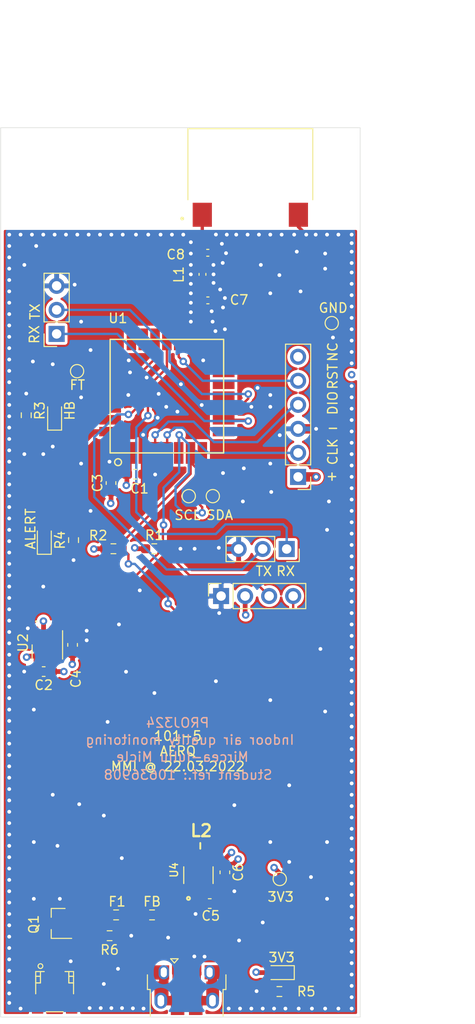
<source format=kicad_pcb>
(kicad_pcb (version 20171130) (host pcbnew "(5.1.10)-1")
  (layers (0 F.Cu signal) (1 GND power hide) (2 PWR power hide) (31 B.Cu signal) (34 B.Paste user) (35 F.Paste user) (36 B.SilkS user) (37 F.SilkS user) (38 B.Mask user) (39 F.Mask user) (44 Edge.Cuts user))
  (net 0 "")
  (net 1 GND)
  (net 2 +3V3)
  (net 3 "Net-(C5-Pad2)")
  (net 4 HEARTBEAT_LED)
  (net 5 LED_ALERT)
  (net 6 "Net-(F1-Pad1)")
  (net 7 SWDIO)
  (net 8 SWCLK)
  (net 9 I2C_SCL)
  (net 10 I2C_SDA)
  (net 11 VDD)
  (net 12 RF_ANTENNA)
  (net 13 "Net-(C8-Pad1)")
  (net 14 RST)
  (net 15 UART1_TX)
  (net 16 UART1_RX)
  (net 17 USART2_TX)
  (net 18 USART2_RX)
  (net 19 FT)
  (net 20 "Net-(ALERT1-Pad1)")
  (net 21 "Net-(HB1-Pad1)")
  (net 22 "Net-(USB_PWR1-Pad6)")
  (net 23 "Net-(3V1-Pad1)")
  (net 24 "Net-(L2-Pad1)")
  (net 25 "Net-(F1-Pad2)")
  (net 26 "Net-(Q1-Pad1)")
  (module Resistor_SMD:R_0603_1608Metric_Pad0.98x0.95mm_HandSolder (layer F.Cu) (at 135.0125 137.9)
    (fp_text reference R6 (at 0 1.5) (layer F.SilkS))
    (fp_text value 100k)
    (pad 2 smd roundrect (at 0.9125 0) (size 0.975 0.95) (layers F.Cu F.Paste F.Mask) (net 1 GND))
    (pad 1 smd roundrect (at -0.9125 0) (size 0.975 0.95) (layers F.Cu F.Paste F.Mask) (net 26 "Net-(Q1-Pad1)"))
  )
  (module Package_TO_SOT_SMD:SOT-23 (layer F.Cu) (at 129.6 136.6 180)
    (fp_text reference Q1 (at 2.6 -0.1 90) (layer F.SilkS))
    (fp_text value DMG2305UX-13-TestLibrary)
    (pad 3 smd rect (at 1 0 180) (size 0.9 0.8) (layers F.Cu F.Paste F.Mask) (net 11 VDD))
    (pad 2 smd rect (at -1 0.95 180) (size 0.9 0.8) (layers F.Cu F.Paste F.Mask) (net 6 "Net-(F1-Pad1)"))
    (pad 1 smd rect (at -1 -0.95 180) (size 0.9 0.8) (layers F.Cu F.Paste F.Mask) (net 26 "Net-(Q1-Pad1)"))
  )
  (module mmilibrary:SOT95P280X145-5N (layer F.Cu) (at 144.4 131.5 90)
    (fp_text reference U4 (at 0.542455 -2.569595 90) (layer F.SilkS) (effects (font (size 0.80363 0.80363))))
    (fp_text value SC4626ZSKTRT)
    (pad 1 smd roundrect (at -1.245 -0.95 90) (size 1.14 0.58) (layers F.Cu F.Paste F.Mask) (roundrect_rratio 0.14) (net 3 "Net-(C5-Pad2)"))
    (pad 2 smd roundrect (at -1.245 0 90) (size 1.14 0.58) (layers F.Cu F.Paste F.Mask) (roundrect_rratio 0.14) (net 1 GND))
    (pad 3 smd roundrect (at -1.245 0.95 90) (size 1.14 0.58) (layers F.Cu F.Paste F.Mask) (roundrect_rratio 0.14) (net 3 "Net-(C5-Pad2)"))
    (pad 4 smd roundrect (at 1.245 0.95 270) (size 1.14 0.58) (layers F.Cu F.Paste F.Mask) (roundrect_rratio 0.14) (net 2 +3V3))
    (pad 5 smd roundrect (at 1.245 -0.95 270) (size 1.14 0.58) (layers F.Cu F.Paste F.Mask) (roundrect_rratio 0.14) (net 24 "Net-(L2-Pad1)"))
  )
  (module EasyLoader:INDC1608X95N (layer F.Cu) (at 144.6 128.4)
    (fp_text reference L2 (at 0.1 -1.6) (layer F.SilkS) (effects (font (size 1.27 1.27) (thickness 0.254))))
    (fp_text value 2.2uH hide)
    (pad 2 smd rect (at 0.8 0) (size 0.9 1) (layers F.Cu F.Paste F.Mask) (net 2 +3V3))
    (pad 1 smd rect (at -0.8 0) (size 0.9 1) (layers F.Cu F.Paste F.Mask) (net 24 "Net-(L2-Pad1)"))
  )
  (module ConnectorsJSH:JST_SH_SM02B-SRSS-TB_02x1.00mm_Angled (layer F.Cu) (at 129.2 143.3)
    (fp_text reference J2 hide)
    (fp_text value Conn_01x02_Male)
    (pad "" smd rect (at 1.8 1.9375) (size 1.2 1.8) (layers F.Cu F.Paste F.Mask))
    (pad "" smd rect (at -1.8 1.9375) (size 1.2 1.8) (layers F.Cu F.Paste F.Mask))
    (pad 2 smd rect (at 0.5 -1.9375) (size 0.6 1.55) (layers F.Cu F.Paste F.Mask) (net 1 GND))
    (pad 1 smd rect (at -0.5 -1.9375) (size 0.6 1.55) (layers F.Cu F.Paste F.Mask) (net 11 VDD))
  )
  (module Resistor_SMD:R_0603_1608Metric_Pad0.98x0.95mm_HandSolder (layer F.Cu) (at 139.5 135.7)
    (fp_text reference FB1 hide)
    (fp_text value FB)
    (pad 2 smd roundrect (at 0.9125 0) (size 0.975 0.95) (layers F.Cu F.Paste F.Mask) (net 3 "Net-(C5-Pad2)"))
    (pad 1 smd roundrect (at -0.9125 0) (size 0.975 0.95) (layers F.Cu F.Paste F.Mask) (net 25 "Net-(F1-Pad2)"))
  )
  (module Resistor_SMD:R_0603_1608Metric_Pad0.98x0.95mm_HandSolder (layer F.Cu) (at 135.7 135.7)
    (fp_text reference F1 hide)
    (fp_text value "300mA Fuse")
    (pad 2 smd roundrect (at 0.9125 0) (size 0.975 0.95) (layers F.Cu F.Paste F.Mask) (net 25 "Net-(F1-Pad2)"))
    (pad 1 smd roundrect (at -0.9125 0) (size 0.975 0.95) (layers F.Cu F.Paste F.Mask) (net 6 "Net-(F1-Pad1)"))
  )
  (module Capacitor_SMD:C_0603_1608Metric_Pad1.08x0.95mm_HandSolder (layer F.Cu) (at 147.2 131.2 90)
    (fp_text reference C6 (at 0 1.4 90) (layer F.SilkS))
    (fp_text value 10uF)
    (pad 2 smd roundrect (at 0.8625 0 90) (size 1.075 0.95) (layers F.Cu F.Paste F.Mask) (net 2 +3V3))
    (pad 1 smd roundrect (at -0.8625 0 90) (size 1.075 0.95) (layers F.Cu F.Paste F.Mask) (net 1 GND))
  )
  (module Capacitor_SMD:C_0603_1608Metric_Pad1.08x0.95mm_HandSolder (layer F.Cu) (at 145.6 134.5)
    (fp_text reference C5 (at 0.1 1.3) (layer F.SilkS))
    (fp_text value 10uF)
    (pad 2 smd roundrect (at 0.8625 0) (size 1.075 0.95) (layers F.Cu F.Paste F.Mask) (net 3 "Net-(C5-Pad2)"))
    (pad 1 smd roundrect (at -0.8625 0) (size 1.075 0.95) (layers F.Cu F.Paste F.Mask) (net 1 GND))
  )
  (module TestPoint:TestPoint_Pad_D1.0mm (layer F.Cu) (at 153 131.9)
    (fp_text reference 3V3_OUT1 hide)
    (fp_text value 3V3_TP)
    (pad 1 smd circle (at 0 0) (size 1 1) (layers F.Cu F.Mask) (net 2 +3V3))
  )
  (module Inductor_SMD:L_0402_1005Metric_Pad0.77x0.64mm_HandSolder (layer F.Cu) (at 144.83 67.9975 90)
    (fp_text reference L1 (at -0.0275 -2.5 90) (layer F.SilkS))
    (fp_text value DNP)
    (pad 2 smd roundrect (at 0.5725 0 90) (size 0.765 0.64) (layers F.Cu F.Paste F.Mask) (net 13 "Net-(C8-Pad1)"))
    (pad 1 smd roundrect (at -0.5725 0 90) (size 0.765 0.64) (layers F.Cu F.Paste F.Mask) (net 12 RF_ANTENNA))
  )
  (module Capacitor_SMD:C_0402_1005Metric_Pad0.74x0.62mm_HandSolder (layer F.Cu) (at 145.3925 65.72)
    (fp_text reference C8 (at -3.3925 0.18) (layer F.SilkS))
    (fp_text value DNP)
    (pad 2 smd roundrect (at 0.5675 0) (size 0.735 0.62) (layers F.Cu F.Paste F.Mask) (net 1 GND))
    (pad 1 smd roundrect (at -0.5675 0) (size 0.735 0.62) (layers F.Cu F.Paste F.Mask) (net 13 "Net-(C8-Pad1)"))
  )
  (module Capacitor_SMD:C_0402_1005Metric_Pad0.74x0.62mm_HandSolder (layer F.Cu) (at 145.4 70.75)
    (fp_text reference C7 (at 3.3 -0.05) (layer F.SilkS))
    (fp_text value DNP)
    (pad 2 smd roundrect (at 0.5675 0) (size 0.735 0.62) (layers F.Cu F.Paste F.Mask) (net 1 GND))
    (pad 1 smd roundrect (at -0.5675 0) (size 0.735 0.62) (layers F.Cu F.Paste F.Mask) (net 12 RF_ANTENNA))
  )
  (module mmilibrary:LoRa-E5 (layer F.Cu) (at 141.0675 80.871 90)
    (fp_text reference U1 (at 8.227 -5.1775 180) (layer F.SilkS))
    (fp_text value LoRa-E5)
    (pad 4 smd rect (at -6 0 180) (size 1 2.3) (layers F.Cu F.Paste F.Mask) (net 8 SWCLK))
    (pad 3 smd rect (at -6 -1.25 180) (size 1 2.3) (layers F.Cu F.Paste F.Mask) (net 7 SWDIO))
    (pad 2 smd rect (at -6 -2.5 180) (size 1 2.3) (layers F.Cu F.Paste F.Mask) (net 1 GND))
    (pad 1 smd rect (at -6 -3.75 180) (size 1 2.3) (layers F.Cu F.Paste F.Mask) (net 2 +3V3))
    (pad 5 smd rect (at -6 1.25 180) (size 1 2.3) (layers F.Cu F.Paste F.Mask) (net 9 I2C_SCL))
    (pad 6 smd rect (at -6 2.5 180) (size 1 2.3) (layers F.Cu F.Paste F.Mask) (net 10 I2C_SDA))
    (pad 7 smd rect (at -6 3.75 180) (size 1 2.3) (layers F.Cu F.Paste F.Mask))
    (pad 11 smd rect (at 0 6 270) (size 1 2.3) (layers F.Cu F.Paste F.Mask))
    (pad 10 smd rect (at -1.25 6 270) (size 1 2.3) (layers F.Cu F.Paste F.Mask) (net 15 UART1_TX))
    (pad 9 smd rect (at -2.5 6 270) (size 1 2.3) (layers F.Cu F.Paste F.Mask) (net 16 UART1_RX))
    (pad 8 smd rect (at -3.75 6 270) (size 1 2.3) (layers F.Cu F.Paste F.Mask))
    (pad 12 smd rect (at 1.25 6 270) (size 1 2.3) (layers F.Cu F.Paste F.Mask))
    (pad 13 smd rect (at 2.5 6 270) (size 1 2.3) (layers F.Cu F.Paste F.Mask))
    (pad 14 smd rect (at 3.75 6 270) (size 1 2.3) (layers F.Cu F.Paste F.Mask) (net 1 GND))
    (pad 18 smd rect (at 6 0) (size 1 2.3) (layers F.Cu F.Paste F.Mask) (net 18 USART2_RX))
    (pad 17 smd rect (at 6 1.25) (size 1 2.3) (layers F.Cu F.Paste F.Mask) (net 14 RST))
    (pad 16 smd rect (at 6 2.5) (size 1 2.3) (layers F.Cu F.Paste F.Mask) (net 1 GND))
    (pad 15 smd rect (at 6 3.75) (size 1 2.3) (layers F.Cu F.Paste F.Mask) (net 12 RF_ANTENNA))
    (pad 19 smd rect (at 6 -1.25) (size 1 2.3) (layers F.Cu F.Paste F.Mask) (net 17 USART2_TX))
    (pad 20 smd rect (at 6 -2.5) (size 1 2.3) (layers F.Cu F.Paste F.Mask))
    (pad 21 smd rect (at 6 -3.75) (size 1 2.3) (layers F.Cu F.Paste F.Mask))
    (pad 25 smd rect (at 0 -6 90) (size 1 2.3) (layers F.Cu F.Paste F.Mask))
    (pad 24 smd rect (at 1.25 -6 90) (size 1 2.3) (layers F.Cu F.Paste F.Mask))
    (pad 23 smd rect (at 2.5 -6 90) (size 1 2.3) (layers F.Cu F.Paste F.Mask) (net 19 FT))
    (pad 22 smd rect (at 3.75 -6 90) (size 1 2.3) (layers F.Cu F.Paste F.Mask) (net 1 GND))
    (pad 26 smd rect (at -1.25 -6 90) (size 1 2.3) (layers F.Cu F.Paste F.Mask))
    (pad 27 smd rect (at -2.5 -6 90) (size 1 2.3) (layers F.Cu F.Paste F.Mask) (net 4 HEARTBEAT_LED))
    (pad 28 smd rect (at -3.75 -6 90) (size 1 2.3) (layers F.Cu F.Paste F.Mask) (net 5 LED_ALERT))
  )
  (module Package_LGA:Bosch_LGA-8_3x3mm_P0.8mm_ClockwisePinNumbering (layer F.Cu) (at 128.431 107.16)
    (fp_text reference U2 (at -2.574 -0.226 90) (layer F.SilkS))
    (fp_text value BME688)
    (pad 8 smd roundrect (at -1.2 1.1875) (size 0.5 1.5) (layers F.Cu F.Paste F.Mask) (net 2 +3V3))
    (pad 7 smd roundrect (at -0.4 1.1875) (size 0.5 1.5) (layers F.Cu F.Paste F.Mask) (net 1 GND))
    (pad 6 smd roundrect (at 0.4 1.1875) (size 0.5 1.5) (layers F.Cu F.Paste F.Mask) (net 2 +3V3))
    (pad 5 smd roundrect (at 1.2 1.1875) (size 0.5 1.5) (layers F.Cu F.Paste F.Mask) (net 1 GND))
    (pad 4 smd roundrect (at 1.2 -1.1875) (size 0.5 1.5) (layers F.Cu F.Paste F.Mask) (net 9 I2C_SCL))
    (pad 3 smd roundrect (at 0.4 -1.1875) (size 0.5 1.5) (layers F.Cu F.Paste F.Mask) (net 10 I2C_SDA))
    (pad 2 smd roundrect (at -0.4 -1.1875) (size 0.5 1.5) (layers F.Cu F.Paste F.Mask) (net 2 +3V3))
    (pad 1 smd roundrect (at -1.2 -1.1875) (size 0.5 1.5) (layers F.Cu F.Paste F.Mask) (net 1 GND))
  )
  (module Resistor_SMD:R_0603_1608Metric_Pad0.98x0.95mm_HandSolder (layer F.Cu) (at 152.9625 143.8)
    (fp_text reference R5 (at 2.8375 0) (layer F.SilkS))
    (fp_text value 1.8k)
    (pad 2 smd roundrect (at 0.9125 0) (size 0.975 0.95) (layers F.Cu F.Paste F.Mask) (net 23 "Net-(3V1-Pad1)"))
    (pad 1 smd roundrect (at -0.9125 0) (size 0.975 0.95) (layers F.Cu F.Paste F.Mask) (net 1 GND))
  )
  (module Resistor_SMD:R_0603_1608Metric_Pad0.98x0.95mm_HandSolder (layer F.Cu) (at 131.2 96.0875 90)
    (fp_text reference R4 (at 0 -1.43 90) (layer F.SilkS))
    (fp_text value 1.8k)
    (pad 2 smd roundrect (at 0.9125 0 90) (size 0.975 0.95) (layers F.Cu F.Paste F.Mask) (net 20 "Net-(ALERT1-Pad1)"))
    (pad 1 smd roundrect (at -0.9125 0 90) (size 0.975 0.95) (layers F.Cu F.Paste F.Mask) (net 1 GND))
  )
  (module Resistor_SMD:R_0603_1608Metric_Pad0.98x0.95mm_HandSolder (layer F.Cu) (at 126.2 82.8875 270)
    (fp_text reference R3 (at -0.4875 -1.43 90) (layer F.SilkS))
    (fp_text value 1.8k)
    (pad 2 smd roundrect (at 0.9125 0 270) (size 0.975 0.95) (layers F.Cu F.Paste F.Mask) (net 21 "Net-(HB1-Pad1)"))
    (pad 1 smd roundrect (at -0.9125 0 270) (size 0.975 0.95) (layers F.Cu F.Paste F.Mask) (net 1 GND))
  )
  (module LED_SMD:LED_0603_1608Metric_Pad1.05x0.95mm_HandSolder (layer F.Cu) (at 129.2 82.8 90)
    (fp_text reference HB1 hide)
    (fp_text value HEARTBEAT)
    (pad 2 smd roundrect (at 0.875 0 90) (size 1.05 0.95) (layers F.Cu F.Paste F.Mask) (net 4 HEARTBEAT_LED))
    (pad 1 smd roundrect (at -0.875 0 90) (size 1.05 0.95) (layers F.Cu F.Paste F.Mask) (net 21 "Net-(HB1-Pad1)"))
  )
  (module LED_SMD:LED_0603_1608Metric_Pad1.05x0.95mm_HandSolder (layer F.Cu) (at 128.11 95.925 90)
    (fp_text reference ALERT1 hide)
    (fp_text value ALERT)
    (pad 2 smd roundrect (at 0.875 0 90) (size 1.05 0.95) (layers F.Cu F.Paste F.Mask) (net 5 LED_ALERT))
    (pad 1 smd roundrect (at -0.875 0 90) (size 1.05 0.95) (layers F.Cu F.Paste F.Mask) (net 20 "Net-(ALERT1-Pad1)"))
  )
  (module LED_SMD:LED_0603_1608Metric_Pad1.05x0.95mm_HandSolder (layer F.Cu) (at 152.875 141.8 180)
    (fp_text reference 3V1 hide)
    (fp_text value PWR)
    (pad 2 smd roundrect (at 0.875 0 180) (size 1.05 0.95) (layers F.Cu F.Paste F.Mask) (net 2 +3V3))
    (pad 1 smd roundrect (at -0.875 0 180) (size 1.05 0.95) (layers F.Cu F.Paste F.Mask) (net 23 "Net-(3V1-Pad1)"))
  )
  (module Connector_PinSocket_2.54mm:PinSocket_1x04_P2.54mm_Vertical (layer F.Cu) (at 146.8 102 90)
    (fp_text reference J6 hide)
    (fp_text value Conn_01x04_Female)
    (pad 4 thru_hole oval (at 0 7.62 90) (size 1.7 1.7) (drill 1) (layers *.Cu *.Mask) (net 10 I2C_SDA))
    (pad 3 thru_hole oval (at 0 5.08 90) (size 1.7 1.7) (drill 1) (layers *.Cu *.Mask) (net 9 I2C_SCL))
    (pad 2 thru_hole oval (at 0 2.54 90) (size 1.7 1.7) (drill 1) (layers *.Cu *.Mask) (net 2 +3V3))
    (pad 1 thru_hole rect (at 0 0 90) (size 1.7 1.7) (drill 1) (layers *.Cu *.Mask) (net 1 GND))
  )
  (module TestPoint:TestPoint_Pad_D1.0mm (layer F.Cu) (at 145.923 91.44)
    (fp_text reference SDA1 hide)
    (fp_text value SDA_TP)
    (pad 1 smd circle (at 0 0) (size 1 1) (layers F.Cu F.Mask) (net 10 I2C_SDA))
  )
  (module TestPoint:TestPoint_Pad_D1.0mm (layer F.Cu) (at 143.383 91.44)
    (fp_text reference SCL1 hide)
    (fp_text value SCL_TP)
    (pad 1 smd circle (at 0 0) (size 1 1) (layers F.Cu F.Mask) (net 9 I2C_SCL))
  )
  (module TestPoint:TestPoint_Pad_D1.0mm (layer F.Cu) (at 158.496 73.152)
    (fp_text reference GND1 hide)
    (fp_text value GND)
    (pad 1 smd circle (at 0 0) (size 1 1) (layers F.Cu F.Mask) (net 1 GND))
  )
  (module TestPoint:TestPoint_Pad_D1.0mm (layer F.Cu) (at 131.572 78.232)
    (fp_text reference FT1 hide)
    (fp_text value FT_TP)
    (pad 1 smd circle (at 0 0) (size 1 1) (layers F.Cu F.Mask) (net 19 FT))
  )
  (module mmilibrary:XDCR_ANT-868-USP410 (layer F.Cu) (at 149.89 61.7)
    (fp_text reference E1 hide)
    (fp_text value ANT-868-USP410)
    (pad 1 smd rect (at -5.08 0) (size 2.03 2.54) (layers F.Cu F.Paste F.Mask) (net 13 "Net-(C8-Pad1)"))
    (pad 2 smd rect (at 5.08 0) (size 2.03 2.54) (layers F.Cu F.Paste F.Mask) (net 1 GND))
  )
  (module Connector_PinSocket_2.54mm:PinSocket_1x03_P2.54mm_Vertical (layer F.Cu) (at 153.7335 97.028 270)
    (fp_text reference J5 hide)
    (fp_text value Conn_01x03)
    (pad 3 thru_hole oval (at 0 5.08 270) (size 1.7 1.7) (drill 1) (layers *.Cu *.Mask) (net 1 GND))
    (pad 2 thru_hole oval (at 0 2.54 270) (size 1.7 1.7) (drill 1) (layers *.Cu *.Mask) (net 17 USART2_TX))
    (pad 1 thru_hole rect (at 0 0 270) (size 1.7 1.7) (drill 1) (layers *.Cu *.Mask) (net 18 USART2_RX))
  )
  (module Connector_PinSocket_2.54mm:PinSocket_1x03_P2.54mm_Vertical (layer F.Cu) (at 129.413 74.295 180)
    (fp_text reference J4 hide)
    (fp_text value Conn_01x03)
    (pad 3 thru_hole oval (at 0 5.08 180) (size 1.7 1.7) (drill 1) (layers *.Cu *.Mask) (net 1 GND))
    (pad 2 thru_hole oval (at 0 2.54 180) (size 1.7 1.7) (drill 1) (layers *.Cu *.Mask) (net 15 UART1_TX))
    (pad 1 thru_hole rect (at 0 0 180) (size 1.7 1.7) (drill 1) (layers *.Cu *.Mask) (net 16 UART1_RX))
  )
  (module Connector_USB:USB_Micro-B_Amphenol_10103594-0001LF_Horizontal (layer F.Cu) (at 143.1846 143.649)
    (fp_text reference USB_PWR1 hide)
    (fp_text value USB_B_Micro)
    (pad 6 smd rect (at 0.935 1.385 90) (size 2.5 1.43) (layers F.Cu F.Paste F.Mask) (net 22 "Net-(USB_PWR1-Pad6)"))
    (pad 6 smd rect (at -0.985 1.385 90) (size 2.5 1.43) (layers F.Cu F.Paste F.Mask) (net 22 "Net-(USB_PWR1-Pad6)"))
    (pad 6 thru_hole oval (at 2.705 1.115 90) (size 1.7 1.35) (drill oval 1.2 0.7) (layers *.Cu *.Mask) (net 22 "Net-(USB_PWR1-Pad6)"))
    (pad 6 thru_hole oval (at -2.755 1.115 90) (size 1.7 1.35) (drill oval 1.2 0.7) (layers *.Cu *.Mask) (net 22 "Net-(USB_PWR1-Pad6)"))
    (pad 6 thru_hole oval (at 2.395 -1.885 90) (size 1.5 1.1) (drill oval 1.05 0.65) (layers *.Cu *.Mask) (net 22 "Net-(USB_PWR1-Pad6)"))
    (pad 6 thru_hole oval (at -2.445 -1.885 90) (size 1.5 1.1) (drill oval 1.05 0.65) (layers *.Cu *.Mask) (net 22 "Net-(USB_PWR1-Pad6)"))
    (pad 5 smd rect (at 1.275 -1.765 90) (size 1.65 0.4) (layers F.Cu F.Paste F.Mask) (net 1 GND))
    (pad 4 smd rect (at 0.625 -1.765 90) (size 1.65 0.4) (layers F.Cu F.Paste F.Mask))
    (pad 3 smd rect (at -0.025 -1.765 90) (size 1.65 0.4) (layers F.Cu F.Paste F.Mask))
    (pad 2 smd rect (at -0.675 -1.765 90) (size 1.65 0.4) (layers F.Cu F.Paste F.Mask))
    (pad 1 smd rect (at -1.325 -1.765 90) (size 1.65 0.4) (layers F.Cu F.Paste F.Mask) (net 11 VDD))
    (pad 6 smd rect (at 2.875 -1.885) (size 2 1.5) (layers F.Cu F.Paste F.Mask) (net 22 "Net-(USB_PWR1-Pad6)"))
    (pad 6 smd rect (at -2.875 -1.865) (size 2 1.5) (layers F.Cu F.Paste F.Mask) (net 22 "Net-(USB_PWR1-Pad6)"))
    (pad 6 smd rect (at 2.975 -0.565) (size 1.825 0.7) (layers F.Cu F.Paste F.Mask) (net 22 "Net-(USB_PWR1-Pad6)"))
    (pad 6 smd rect (at -2.975 -0.565) (size 1.825 0.7) (layers F.Cu F.Paste F.Mask) (net 22 "Net-(USB_PWR1-Pad6)"))
    (pad 6 smd rect (at -2.755 0.185) (size 1.35 2) (layers F.Cu F.Paste F.Mask) (net 22 "Net-(USB_PWR1-Pad6)"))
    (pad 6 smd rect (at 2.725 0.185) (size 1.35 2) (layers F.Cu F.Paste F.Mask) (net 22 "Net-(USB_PWR1-Pad6)"))
  )
  (module Capacitor_SMD:C_0603_1608Metric_Pad1.08x0.95mm_HandSolder (layer F.Cu) (at 137.702 89.126)
    (fp_text reference C1 (at 0.474 1.524) (layer F.SilkS))
    (fp_text value 100nF)
    (pad 2 smd roundrect (at 0.8625 0) (size 1.075 0.95) (layers F.Cu F.Paste F.Mask) (net 1 GND))
    (pad 1 smd roundrect (at -0.8625 0) (size 1.075 0.95) (layers F.Cu F.Paste F.Mask) (net 2 +3V3))
  )
  (module Capacitor_SMD:C_0603_1608Metric_Pad1.08x0.95mm_HandSolder (layer F.Cu) (at 128.0425 109.982 180)
    (fp_text reference C2 (at 0 -1.43) (layer F.SilkS))
    (fp_text value 100nF)
    (pad 2 smd roundrect (at 0.8625 0 180) (size 1.075 0.95) (layers F.Cu F.Paste F.Mask) (net 1 GND))
    (pad 1 smd roundrect (at -0.8625 0 180) (size 1.075 0.95) (layers F.Cu F.Paste F.Mask) (net 2 +3V3))
  )
  (module Capacitor_SMD:C_0603_1608Metric_Pad1.08x0.95mm_HandSolder (layer F.Cu) (at 135.162 90.0531 90)
    (fp_text reference C3 (at 0 -1.43 90) (layer F.SilkS))
    (fp_text value 4.7uF)
    (pad 2 smd roundrect (at 0.8625 0 90) (size 1.075 0.95) (layers F.Cu F.Paste F.Mask) (net 1 GND))
    (pad 1 smd roundrect (at -0.8625 0 90) (size 1.075 0.95) (layers F.Cu F.Paste F.Mask) (net 2 +3V3))
  )
  (module Capacitor_SMD:C_0603_1608Metric_Pad1.08x0.95mm_HandSolder (layer F.Cu) (at 131.098 107.16 90)
    (fp_text reference C4 (at -3.584 0.347 270) (layer F.SilkS))
    (fp_text value 100nF)
    (pad 2 smd roundrect (at 0.8625 0 90) (size 1.075 0.95) (layers F.Cu F.Paste F.Mask) (net 1 GND))
    (pad 1 smd roundrect (at -0.8625 0 90) (size 1.075 0.95) (layers F.Cu F.Paste F.Mask) (net 2 +3V3))
  )
  (module Connector_PinHeader_2.54mm:PinHeader_1x06_P2.54mm_Vertical (layer F.Cu) (at 154.94 89.408 180)
    (fp_text reference J1 hide)
    (fp_text value "1x6 header")
    (pad 6 thru_hole oval (at 0 12.7 180) (size 1.7 1.7) (drill 1) (layers *.Cu *.Mask))
    (pad 5 thru_hole oval (at 0 10.16 180) (size 1.7 1.7) (drill 1) (layers *.Cu *.Mask) (net 14 RST))
    (pad 4 thru_hole oval (at 0 7.62 180) (size 1.7 1.7) (drill 1) (layers *.Cu *.Mask) (net 7 SWDIO))
    (pad 3 thru_hole oval (at 0 5.08 180) (size 1.7 1.7) (drill 1) (layers *.Cu *.Mask) (net 1 GND))
    (pad 2 thru_hole oval (at 0 2.54 180) (size 1.7 1.7) (drill 1) (layers *.Cu *.Mask) (net 8 SWCLK))
    (pad 1 thru_hole rect (at 0 0 180) (size 1.7 1.7) (drill 1) (layers *.Cu *.Mask) (net 2 +3V3))
  )
  (module Resistor_SMD:R_0603_1608Metric_Pad0.98x0.95mm_HandSolder (layer F.Cu) (at 139.734 97)
    (fp_text reference R1 (at 0 -1.43) (layer F.SilkS))
    (fp_text value 4.7k)
    (pad 2 smd roundrect (at 0.9125 0) (size 0.975 0.95) (layers F.Cu F.Paste F.Mask) (net 9 I2C_SCL))
    (pad 1 smd roundrect (at -0.9125 0) (size 0.975 0.95) (layers F.Cu F.Paste F.Mask) (net 2 +3V3))
  )
  (module Resistor_SMD:R_0603_1608Metric_Pad0.98x0.95mm_HandSolder (layer F.Cu) (at 135.416 97)
    (fp_text reference R2 (at -1.616 -1.4) (layer F.SilkS))
    (fp_text value 4.7k)
    (pad 2 smd roundrect (at 0.9125 0) (size 0.975 0.95) (layers F.Cu F.Paste F.Mask) (net 10 I2C_SDA))
    (pad 1 smd roundrect (at -0.9125 0) (size 0.975 0.95) (layers F.Cu F.Paste F.Mask) (net 2 +3V3))
  )
  (gr_text "3V3\n" (at 153.1 133.8) (layer F.SilkS) (effects (font (size 1 1))))
  (gr_text "FB\n" (at 139.5 134.3) (layer F.SilkS) (effects (font (size 1 1))))
  (gr_text "Student ref.: 10636908\n" (at 143.3 120.9) (layer B.SilkS) (effects (font (size 1 1)) (justify mirror)))
  (gr_text "Mircea-Iuliu Micle\n" (at 142.7 119) (layer B.SilkS) (effects (font (size 1 1)) (justify mirror)))
  (gr_text "Indoor air quality monitoring" (at 143.5 117.2) (layer B.SilkS) (effects (font (size 1 1)) (justify mirror)))
  (gr_text PROJ324 (at 142.2 115.4) (layer B.SilkS) (effects (font (size 1 1)) (justify mirror)))
  (gr_text 3V3 (at 153.2 140.2) (layer F.SilkS) (effects (font (size 1 1))))
  (gr_text F1 (at 135.8 134.3) (layer F.SilkS) (effects (font (size 1 1))))
  (gr_text "GND\n" (at 158.65 71.55) (layer F.SilkS) (effects (font (size 1 1))))
  (gr_text "ALERT\n" (at 126.65 94.9 90) (layer F.SilkS) (effects (font (size 1 1))))
  (gr_text FT (at 131.6 79.7) (layer F.SilkS) (effects (font (size 1 1))))
  (gr_text HB (at 130.8 82.4 90) (layer F.SilkS) (effects (font (size 1 1))))
  (gr_text SDA (at 146.65 93.45) (layer F.SilkS) (effects (font (size 1 1))))
  (gr_text "SCL\n" (at 143.25 93.45) (layer F.SilkS) (effects (font (size 1 1))))
  (gr_text "+\n" (at 158.523 89.301) (layer F.SilkS) (effects (font (size 1 1))))
  (gr_text . (at 127.254 104.267) (layer F.SilkS) (effects (font (size 1 1))))
  (gr_text "101-5\nAERQ\nMMI @ 22.03.2022\n" (at 142.23 118.4) (layer F.SilkS) (effects (font (size 1 1))))
  (gr_line (start 123.5 52.5) (end 161.5 52.5) (layer Edge.Cuts) (width 0.05))
  (gr_text "TX\n" (at 151.3205 99.3775) (layer F.SilkS) (effects (font (size 1 1))))
  (gr_text RX (at 153.6192 99.3648) (layer F.SilkS) (effects (font (size 1 1))))
  (gr_text NC (at 158.6 76.2 90) (layer F.SilkS) (effects (font (size 1 1))))
  (gr_text - (at 158.623 84.201) (layer F.SilkS) (effects (font (size 1 1))))
  (gr_text "CLK\n" (at 158.6 86.75 90) (layer F.SilkS) (effects (font (size 1 1))))
  (gr_text "DIO\n" (at 158.6 81.6 90) (layer F.SilkS) (effects (font (size 1 1))))
  (gr_text RST (at 158.6 78.8 90) (layer F.SilkS) (effects (font (size 1 1))))
  (gr_text RX (at 127.0635 74.3585 90) (layer F.SilkS) (effects (font (size 1 1))))
  (gr_text "TX\n" (at 127.127 71.9455 90) (layer F.SilkS) (effects (font (size 1 1))))
  (gr_line (start 123.5 146.5) (end 161.5 146.5) (layer Edge.Cuts) (width 0.05))
  (gr_line (start 123.5 52.5) (end 123.5 146.5) (layer Edge.Cuts) (width 0.05))
  (gr_line (start 161.5 52.5) (end 161.5 146.5) (layer Edge.Cuts) (width 0.05))
  (via (at 160.6 78.6) (size 0.8) (drill 0.4) (layers F.Cu B.Cu) (net 0))
  (via (at 143.6 65.8) (size 0.8) (drill 0.4) (layers F.Cu B.Cu) (net 1))
  (via (at 143.6 64.6) (size 0.8) (drill 0.4) (layers F.Cu B.Cu) (net 1))
  (via (at 124.4 101) (size 0.8) (drill 0.4) (layers F.Cu B.Cu) (net 1))
  (via (at 124.4 105.8) (size 0.8) (drill 0.4) (layers F.Cu B.Cu) (net 1))
  (via (at 124.4 103.4) (size 0.8) (drill 0.4) (layers F.Cu B.Cu) (net 1))
  (via (at 124.4 108.2) (size 0.8) (drill 0.4) (layers F.Cu B.Cu) (net 1))
  (via (at 124.4 104.6) (size 0.8) (drill 0.4) (layers F.Cu B.Cu) (net 1))
  (via (at 124.4 102.2) (size 0.8) (drill 0.4) (layers F.Cu B.Cu) (net 1))
  (via (at 124.4 107) (size 0.8) (drill 0.4) (layers F.Cu B.Cu) (net 1))
  (via (at 124.4 99.8) (size 0.8) (drill 0.4) (layers F.Cu B.Cu) (net 1))
  (via (at 124.4 98.6) (size 0.8) (drill 0.4) (layers F.Cu B.Cu) (net 1))
  (via (at 124.4 95) (size 0.8) (drill 0.4) (layers F.Cu B.Cu) (net 1))
  (via (at 124.4 96.2) (size 0.8) (drill 0.4) (layers F.Cu B.Cu) (net 1))
  (via (at 124.4 97.4) (size 0.8) (drill 0.4) (layers F.Cu B.Cu) (net 1))
  (via (at 124.4 115.2) (size 0.8) (drill 0.4) (layers F.Cu B.Cu) (net 1))
  (via (at 124.4 120) (size 0.8) (drill 0.4) (layers F.Cu B.Cu) (net 1))
  (via (at 124.4 117.6) (size 0.8) (drill 0.4) (layers F.Cu B.Cu) (net 1))
  (via (at 124.4 122.4) (size 0.8) (drill 0.4) (layers F.Cu B.Cu) (net 1))
  (via (at 124.4 118.8) (size 0.8) (drill 0.4) (layers F.Cu B.Cu) (net 1))
  (via (at 124.4 116.4) (size 0.8) (drill 0.4) (layers F.Cu B.Cu) (net 1))
  (via (at 124.4 121.2) (size 0.8) (drill 0.4) (layers F.Cu B.Cu) (net 1))
  (via (at 124.4 114) (size 0.8) (drill 0.4) (layers F.Cu B.Cu) (net 1))
  (via (at 124.4 112.8) (size 0.8) (drill 0.4) (layers F.Cu B.Cu) (net 1))
  (via (at 124.4 109.2) (size 0.8) (drill 0.4) (layers F.Cu B.Cu) (net 1))
  (via (at 124.4 110.4) (size 0.8) (drill 0.4) (layers F.Cu B.Cu) (net 1))
  (via (at 124.4 111.6) (size 0.8) (drill 0.4) (layers F.Cu B.Cu) (net 1))
  (via (at 124.4 129.6) (size 0.8) (drill 0.4) (layers F.Cu B.Cu) (net 1))
  (via (at 124.4 134.4) (size 0.8) (drill 0.4) (layers F.Cu B.Cu) (net 1))
  (via (at 124.4 132) (size 0.8) (drill 0.4) (layers F.Cu B.Cu) (net 1))
  (via (at 124.4 136.8) (size 0.8) (drill 0.4) (layers F.Cu B.Cu) (net 1))
  (via (at 124.4 133.2) (size 0.8) (drill 0.4) (layers F.Cu B.Cu) (net 1))
  (via (at 124.4 130.8) (size 0.8) (drill 0.4) (layers F.Cu B.Cu) (net 1))
  (via (at 124.4 135.6) (size 0.8) (drill 0.4) (layers F.Cu B.Cu) (net 1))
  (via (at 124.4 128.4) (size 0.8) (drill 0.4) (layers F.Cu B.Cu) (net 1))
  (via (at 124.4 127.2) (size 0.8) (drill 0.4) (layers F.Cu B.Cu) (net 1))
  (via (at 124.4 123.6) (size 0.8) (drill 0.4) (layers F.Cu B.Cu) (net 1))
  (via (at 124.4 124.8) (size 0.8) (drill 0.4) (layers F.Cu B.Cu) (net 1))
  (via (at 124.4 126) (size 0.8) (drill 0.4) (layers F.Cu B.Cu) (net 1))
  (via (at 124.4 142.8) (size 0.8) (drill 0.4) (layers F.Cu B.Cu) (net 1))
  (via (at 124.4 139.2) (size 0.8) (drill 0.4) (layers F.Cu B.Cu) (net 1))
  (via (at 124.4 144) (size 0.8) (drill 0.4) (layers F.Cu B.Cu) (net 1))
  (via (at 124.4 138) (size 0.8) (drill 0.4) (layers F.Cu B.Cu) (net 1))
  (via (at 124.4 141.6) (size 0.8) (drill 0.4) (layers F.Cu B.Cu) (net 1))
  (via (at 124.4 140.4) (size 0.8) (drill 0.4) (layers F.Cu B.Cu) (net 1))
  (via (at 160.6 131.2) (size 0.8) (drill 0.4) (layers F.Cu B.Cu) (net 1))
  (via (at 160.6 126.6) (size 0.8) (drill 0.4) (layers F.Cu B.Cu) (net 1))
  (via (at 160.6 139.6) (size 0.8) (drill 0.4) (layers F.Cu B.Cu) (net 1))
  (via (at 160.6 128.8) (size 0.8) (drill 0.4) (layers F.Cu B.Cu) (net 1))
  (via (at 160.6 143.2) (size 0.8) (drill 0.4) (layers F.Cu B.Cu) (net 1))
  (via (at 160.6 123) (size 0.8) (drill 0.4) (layers F.Cu B.Cu) (net 1))
  (via (at 160.6 125.4) (size 0.8) (drill 0.4) (layers F.Cu B.Cu) (net 1))
  (via (at 160.6 127.6) (size 0.8) (drill 0.4) (layers F.Cu B.Cu) (net 1))
  (via (at 160.6 130) (size 0.8) (drill 0.4) (layers F.Cu B.Cu) (net 1))
  (via (at 160.6 134.8) (size 0.8) (drill 0.4) (layers F.Cu B.Cu) (net 1))
  (via (at 160.6 113.4) (size 0.8) (drill 0.4) (layers F.Cu B.Cu) (net 1))
  (via (at 160.6 121.8) (size 0.8) (drill 0.4) (layers F.Cu B.Cu) (net 1))
  (via (at 160.6 118.2) (size 0.8) (drill 0.4) (layers F.Cu B.Cu) (net 1))
  (via (at 160.6 132.4) (size 0.8) (drill 0.4) (layers F.Cu B.Cu) (net 1))
  (via (at 160.6 140.8) (size 0.8) (drill 0.4) (layers F.Cu B.Cu) (net 1))
  (via (at 160.6 136) (size 0.8) (drill 0.4) (layers F.Cu B.Cu) (net 1))
  (via (at 160.6 142) (size 0.8) (drill 0.4) (layers F.Cu B.Cu) (net 1))
  (via (at 160.6 117) (size 0.8) (drill 0.4) (layers F.Cu B.Cu) (net 1))
  (via (at 160.6 124.2) (size 0.8) (drill 0.4) (layers F.Cu B.Cu) (net 1))
  (via (at 160.6 120.6) (size 0.8) (drill 0.4) (layers F.Cu B.Cu) (net 1))
  (via (at 160.6 115.8) (size 0.8) (drill 0.4) (layers F.Cu B.Cu) (net 1))
  (via (at 160.6 138.4) (size 0.8) (drill 0.4) (layers F.Cu B.Cu) (net 1))
  (via (at 160.6 119.4) (size 0.8) (drill 0.4) (layers F.Cu B.Cu) (net 1))
  (via (at 160.6 114.6) (size 0.8) (drill 0.4) (layers F.Cu B.Cu) (net 1))
  (via (at 160.6 137.2) (size 0.8) (drill 0.4) (layers F.Cu B.Cu) (net 1))
  (via (at 160.6 144.4) (size 0.8) (drill 0.4) (layers F.Cu B.Cu) (net 1))
  (via (at 160.6 133.6) (size 0.8) (drill 0.4) (layers F.Cu B.Cu) (net 1))
  (via (at 160.6 91.8) (size 0.8) (drill 0.4) (layers F.Cu B.Cu) (net 1))
  (via (at 160.6 105) (size 0.8) (drill 0.4) (layers F.Cu B.Cu) (net 1))
  (via (at 160.6 109.8) (size 0.8) (drill 0.4) (layers F.Cu B.Cu) (net 1))
  (via (at 160.6 107.4) (size 0.8) (drill 0.4) (layers F.Cu B.Cu) (net 1))
  (via (at 160.6 112.2) (size 0.8) (drill 0.4) (layers F.Cu B.Cu) (net 1))
  (via (at 160.6 108.6) (size 0.8) (drill 0.4) (layers F.Cu B.Cu) (net 1))
  (via (at 160.6 106.2) (size 0.8) (drill 0.4) (layers F.Cu B.Cu) (net 1))
  (via (at 160.6 111) (size 0.8) (drill 0.4) (layers F.Cu B.Cu) (net 1))
  (via (at 160.6 103.8) (size 0.8) (drill 0.4) (layers F.Cu B.Cu) (net 1))
  (via (at 160.6 102.6) (size 0.8) (drill 0.4) (layers F.Cu B.Cu) (net 1))
  (via (at 160.6 99) (size 0.8) (drill 0.4) (layers F.Cu B.Cu) (net 1))
  (via (at 160.6 100.2) (size 0.8) (drill 0.4) (layers F.Cu B.Cu) (net 1))
  (via (at 160.6 94.2) (size 0.8) (drill 0.4) (layers F.Cu B.Cu) (net 1))
  (via (at 160.6 97.8) (size 0.8) (drill 0.4) (layers F.Cu B.Cu) (net 1))
  (via (at 160.6 90.6) (size 0.8) (drill 0.4) (layers F.Cu B.Cu) (net 1))
  (via (at 160.6 84.6) (size 0.8) (drill 0.4) (layers F.Cu B.Cu) (net 1))
  (via (at 160.6 83.4) (size 0.8) (drill 0.4) (layers F.Cu B.Cu) (net 1))
  (via (at 160.6 101.4) (size 0.8) (drill 0.4) (layers F.Cu B.Cu) (net 1))
  (via (at 160.6 89.4) (size 0.8) (drill 0.4) (layers F.Cu B.Cu) (net 1))
  (via (at 160.6 93) (size 0.8) (drill 0.4) (layers F.Cu B.Cu) (net 1))
  (via (at 160.6 95.4) (size 0.8) (drill 0.4) (layers F.Cu B.Cu) (net 1))
  (via (at 160.6 96.6) (size 0.8) (drill 0.4) (layers F.Cu B.Cu) (net 1))
  (via (at 160.6 87) (size 0.8) (drill 0.4) (layers F.Cu B.Cu) (net 1))
  (via (at 160.6 88.2) (size 0.8) (drill 0.4) (layers F.Cu B.Cu) (net 1))
  (via (at 160.6 85.8) (size 0.8) (drill 0.4) (layers F.Cu B.Cu) (net 1))
  (via (at 160.6 70.2) (size 0.8) (drill 0.4) (layers F.Cu B.Cu) (net 1))
  (via (at 160.6 81) (size 0.8) (drill 0.4) (layers F.Cu B.Cu) (net 1))
  (via (at 160.6 71.4) (size 0.8) (drill 0.4) (layers F.Cu B.Cu) (net 1))
  (via (at 160.6 79.8) (size 0.8) (drill 0.4) (layers F.Cu B.Cu) (net 1))
  (via (at 160.6 67.8) (size 0.8) (drill 0.4) (layers F.Cu B.Cu) (net 1))
  (via (at 160.6 77.4) (size 0.8) (drill 0.4) (layers F.Cu B.Cu) (net 1))
  (via (at 160.6 75) (size 0.8) (drill 0.4) (layers F.Cu B.Cu) (net 1))
  (via (at 160.6 69) (size 0.8) (drill 0.4) (layers F.Cu B.Cu) (net 1))
  (via (at 160.6 73.8) (size 0.8) (drill 0.4) (layers F.Cu B.Cu) (net 1))
  (via (at 160.6 82.2) (size 0.8) (drill 0.4) (layers F.Cu B.Cu) (net 1))
  (via (at 160.6 72.6) (size 0.8) (drill 0.4) (layers F.Cu B.Cu) (net 1))
  (via (at 160.6 76.2) (size 0.8) (drill 0.4) (layers F.Cu B.Cu) (net 1))
  (via (at 135 87.8) (size 0.8) (drill 0.4) (layers F.Cu B.Cu) (net 1))
  (via (at 150.55 143.76) (size 0.8) (drill 0.4) (layers F.Cu B.Cu) (net 1))
  (segment (start 150.56 143.75) (end 150.55 143.76) (width 0.5) (layer F.Cu) (net 1))
  (via (at 125.984 109.982) (size 0.8) (drill 0.4) (layers F.Cu B.Cu) (net 1))
  (via (at 126.365 105.41) (size 0.8) (drill 0.4) (layers F.Cu B.Cu) (net 1))
  (segment (start 127.18 109.982) (end 125.984 109.982) (width 0.5) (layer F.Cu) (net 1))
  (segment (start 128.031 109.131) (end 127.18 109.982) (width 0.5) (layer F.Cu) (net 1))
  (segment (start 128.031 108.3475) (end 128.031 109.131) (width 0.5) (layer F.Cu) (net 1))
  (segment (start 129.631 107.7645) (end 131.098 106.2975) (width 0.5) (layer F.Cu) (net 1))
  (segment (start 129.631 108.3475) (end 129.631 107.7645) (width 0.5) (layer F.Cu) (net 1))
  (segment (start 131.098 106.2975) (end 131.098 106.138) (width 0.5) (layer F.Cu) (net 1))
  (via (at 132.588 105.664) (size 0.8) (drill 0.4) (layers F.Cu B.Cu) (net 1))
  (via (at 132.588 106.68) (size 0.8) (drill 0.4) (layers F.Cu B.Cu) (net 1))
  (segment (start 131.9545 106.2975) (end 132.588 105.664) (width 0.5) (layer F.Cu) (net 1))
  (segment (start 131.098 106.2975) (end 131.9545 106.2975) (width 0.5) (layer F.Cu) (net 1))
  (segment (start 132.2055 106.2975) (end 132.588 106.68) (width 0.5) (layer F.Cu) (net 1))
  (segment (start 131.098 106.2975) (end 132.2055 106.2975) (width 0.5) (layer F.Cu) (net 1))
  (via (at 131.318 69.088) (size 0.8) (drill 0.4) (layers F.Cu B.Cu) (net 1))
  (segment (start 131.191 69.215) (end 131.318 69.088) (width 0.25) (layer F.Cu) (net 1))
  (segment (start 129.413 69.215) (end 131.191 69.215) (width 0.25) (layer F.Cu) (net 1))
  (via (at 139.827 89.154) (size 0.8) (drill 0.4) (layers F.Cu B.Cu) (net 1))
  (segment (start 139.799 89.126) (end 139.827 89.154) (width 1) (layer F.Cu) (net 1))
  (segment (start 138.5645 89.126) (end 139.799 89.126) (width 1) (layer F.Cu) (net 1))
  (via (at 138.557 84.963) (size 0.8) (drill 0.4) (layers F.Cu B.Cu) (net 1))
  (segment (start 138.5675 84.9735) (end 138.557 84.963) (width 1) (layer F.Cu) (net 1))
  (segment (start 138.5675 86.871) (end 138.5675 84.9735) (width 1) (layer F.Cu) (net 1))
  (via (at 156.845 84.328) (size 0.8) (drill 0.4) (layers F.Cu B.Cu) (net 1))
  (segment (start 154.94 84.328) (end 156.845 84.328) (width 1) (layer F.Cu) (net 1))
  (via (at 158.623 74.676) (size 0.8) (drill 0.4) (layers F.Cu B.Cu) (net 1))
  (segment (start 158.496 74.549) (end 158.623 74.676) (width 1) (layer F.Cu) (net 1))
  (segment (start 158.496 73.152) (end 158.496 74.549) (width 1) (layer F.Cu) (net 1))
  (via (at 137.033 77.089) (size 0.8) (drill 0.4) (layers F.Cu B.Cu) (net 1))
  (segment (start 137.001 77.121) (end 137.033 77.089) (width 1) (layer F.Cu) (net 1))
  (segment (start 135.0675 77.121) (end 137.001 77.121) (width 1) (layer F.Cu) (net 1))
  (via (at 144.907 77.089) (size 0.8) (drill 0.4) (layers F.Cu B.Cu) (net 1))
  (segment (start 144.939 77.121) (end 144.907 77.089) (width 1) (layer F.Cu) (net 1))
  (segment (start 147.0675 77.121) (end 144.939 77.121) (width 1) (layer F.Cu) (net 1))
  (via (at 129.5 128.4) (size 0.8) (drill 0.4) (layers F.Cu B.Cu) (net 1))
  (via (at 134.4 125.2) (size 0.8) (drill 0.4) (layers F.Cu B.Cu) (net 1))
  (via (at 127 128) (size 0.8) (drill 0.4) (layers F.Cu B.Cu) (net 1))
  (via (at 127 134) (size 0.8) (drill 0.4) (layers F.Cu B.Cu) (net 1))
  (via (at 152 128) (size 0.8) (drill 0.4) (layers F.Cu B.Cu) (net 1))
  (via (at 156.3 131.7) (size 0.8) (drill 0.4) (layers F.Cu B.Cu) (net 1))
  (via (at 158 134) (size 0.8) (drill 0.4) (layers F.Cu B.Cu) (net 1))
  (via (at 158 128) (size 0.8) (drill 0.4) (layers F.Cu B.Cu) (net 1))
  (via (at 129.75 134) (size 0.8) (drill 0.4) (layers F.Cu B.Cu) (net 1))
  (via (at 136 105) (size 0.8) (drill 0.4) (layers F.Cu B.Cu) (net 1))
  (via (at 127 114) (size 0.8) (drill 0.4) (layers F.Cu B.Cu) (net 1))
  (via (at 128 101) (size 0.8) (drill 0.4) (layers F.Cu B.Cu) (net 1))
  (via (at 126 87) (size 0.8) (drill 0.4) (layers F.Cu B.Cu) (net 1))
  (via (at 124.4 73.4) (size 0.8) (drill 0.4) (layers F.Cu B.Cu) (net 1))
  (via (at 126 67) (size 0.8) (drill 0.4) (layers F.Cu B.Cu) (net 1))
  (via (at 127.25 65) (size 0.8) (drill 0.4) (layers F.Cu B.Cu) (net 1))
  (via (at 151 67) (size 0.8) (drill 0.4) (layers F.Cu B.Cu) (net 1))
  (via (at 157.8 67.4) (size 0.8) (drill 0.4) (layers F.Cu B.Cu) (net 1))
  (via (at 155.2 69.8) (size 0.8) (drill 0.4) (layers F.Cu B.Cu) (net 1))
  (via (at 152 70) (size 0.8) (drill 0.4) (layers F.Cu B.Cu) (net 1))
  (via (at 152 113) (size 0.8) (drill 0.4) (layers F.Cu B.Cu) (net 1))
  (via (at 154 122) (size 0.8) (drill 0.4) (layers F.Cu B.Cu) (net 1))
  (via (at 154 130.1) (size 0.8) (drill 0.4) (layers F.Cu B.Cu) (net 1))
  (via (at 129 123) (size 0.8) (drill 0.4) (layers F.Cu B.Cu) (net 1))
  (via (at 131.2 98.2) (size 0.8) (drill 0.4) (layers F.Cu B.Cu) (net 1))
  (via (at 144 97) (size 0.8) (drill 0.4) (layers F.Cu B.Cu) (net 1))
  (via (at 152 82) (size 0.8) (drill 0.4) (layers F.Cu B.Cu) (net 1))
  (via (at 141 82) (size 0.8) (drill 0.4) (layers F.Cu B.Cu) (net 1))
  (via (at 132 73) (size 0.8) (drill 0.4) (layers F.Cu B.Cu) (net 1))
  (via (at 133 76) (size 0.8) (drill 0.4) (layers F.Cu B.Cu) (net 1))
  (via (at 132 81) (size 0.8) (drill 0.4) (layers F.Cu B.Cu) (net 1))
  (via (at 129 86.2) (size 0.8) (drill 0.4) (layers F.Cu B.Cu) (net 1))
  (via (at 128 87) (size 0.8) (drill 0.4) (layers F.Cu B.Cu) (net 1))
  (via (at 132 88) (size 0.8) (drill 0.4) (layers F.Cu B.Cu) (net 1))
  (via (at 133 93) (size 0.8) (drill 0.4) (layers F.Cu B.Cu) (net 1))
  (via (at 147 89) (size 0.8) (drill 0.4) (layers F.Cu B.Cu) (net 1))
  (via (at 152 88) (size 0.8) (drill 0.4) (layers F.Cu B.Cu) (net 1))
  (via (at 153 85) (size 0.8) (drill 0.4) (layers F.Cu B.Cu) (net 1))
  (via (at 138.2 101.4) (size 0.8) (drill 0.4) (layers F.Cu B.Cu) (net 1))
  (via (at 150 82) (size 0.8) (drill 0.4) (layers F.Cu B.Cu) (net 1))
  (via (at 145.05 140.11) (size 0.8) (drill 0.4) (layers F.Cu B.Cu) (net 1))
  (via (at 143.97 140.09) (size 0.8) (drill 0.4) (layers F.Cu B.Cu) (net 1))
  (segment (start 144.4596 140.5796) (end 143.97 140.09) (width 0.5) (layer F.Cu) (net 1))
  (segment (start 144.4596 141.884) (end 144.4596 140.5796) (width 0.5) (layer F.Cu) (net 1))
  (segment (start 144.4596 140.7004) (end 145.05 140.11) (width 0.5) (layer F.Cu) (net 1))
  (segment (start 144.4596 141.884) (end 144.4596 140.7004) (width 0.5) (layer F.Cu) (net 1))
  (segment (start 126.9275 105.9725) (end 126.365 105.41) (width 0.5) (layer F.Cu) (net 1))
  (segment (start 127.231 105.9725) (end 126.9275 105.9725) (width 0.5) (layer F.Cu) (net 1))
  (via (at 142.55 79.61) (size 0.8) (drill 0.4) (layers F.Cu B.Cu) (net 1))
  (via (at 144.75 81.81) (size 0.8) (drill 0.4) (layers F.Cu B.Cu) (net 1))
  (via (at 142.18 82.51) (size 0.8) (drill 0.4) (layers F.Cu B.Cu) (net 1))
  (via (at 137.17 78.36) (size 0.8) (drill 0.4) (layers F.Cu B.Cu) (net 1))
  (via (at 138.93 78.9) (size 0.8) (drill 0.4) (layers F.Cu B.Cu) (net 1))
  (via (at 140.2 80.63) (size 0.8) (drill 0.4) (layers F.Cu B.Cu) (net 1))
  (via (at 140.09 83.16) (size 0.8) (drill 0.4) (layers F.Cu B.Cu) (net 1))
  (via (at 136.99 80.75) (size 0.8) (drill 0.4) (layers F.Cu B.Cu) (net 1))
  (via (at 152 80.75) (size 0.8) (drill 0.4) (layers F.Cu B.Cu) (net 1))
  (via (at 129 77.5) (size 0.8) (drill 0.4) (layers F.Cu B.Cu) (net 1))
  (via (at 142.5 97) (size 0.8) (drill 0.4) (layers F.Cu B.Cu) (net 1))
  (via (at 134.8 115.3) (size 0.8) (drill 0.4) (layers F.Cu B.Cu) (net 1))
  (via (at 157.8 65.8) (size 0.8) (drill 0.4) (layers F.Cu B.Cu) (net 1))
  (via (at 154.8 65.6) (size 0.8) (drill 0.4) (layers F.Cu B.Cu) (net 1))
  (via (at 136.75 110) (size 0.8) (drill 0.4) (layers F.Cu B.Cu) (net 1))
  (via (at 146.25 111) (size 0.8) (drill 0.4) (layers F.Cu B.Cu) (net 1))
  (via (at 139.75 112.25) (size 0.8) (drill 0.4) (layers F.Cu B.Cu) (net 1))
  (via (at 149.2 88.5) (size 0.8) (drill 0.4) (layers F.Cu B.Cu) (net 1))
  (segment (start 146.685 97.028) (end 146.558 96.901) (width 1) (layer F.Cu) (net 1))
  (via (at 146.558 96.901) (size 0.8) (drill 0.4) (layers F.Cu B.Cu) (net 1))
  (segment (start 148.6535 97.028) (end 146.685 97.028) (width 1) (layer F.Cu) (net 1))
  (via (at 158.2 92) (size 0.8) (drill 0.4) (layers F.Cu B.Cu) (net 1))
  (via (at 158 95) (size 0.8) (drill 0.4) (layers F.Cu B.Cu) (net 1))
  (via (at 143.6 73) (size 0.8) (drill 0.4) (layers F.Cu B.Cu) (net 1))
  (via (at 143.6 72) (size 0.8) (drill 0.4) (layers F.Cu B.Cu) (net 1))
  (via (at 143.6 71) (size 0.8) (drill 0.4) (layers F.Cu B.Cu) (net 1))
  (via (at 143.6 70) (size 0.8) (drill 0.4) (layers F.Cu B.Cu) (net 1))
  (via (at 143.6 69) (size 0.8) (drill 0.4) (layers F.Cu B.Cu) (net 1))
  (via (at 146.2 74) (size 0.8) (drill 0.4) (layers F.Cu B.Cu) (net 1))
  (via (at 147.2 73.8) (size 0.8) (drill 0.4) (layers F.Cu B.Cu) (net 1))
  (via (at 142.8 63.8) (size 0.8) (drill 0.4) (layers F.Cu B.Cu) (net 1))
  (via (at 140.4 63.8) (size 0.8) (drill 0.4) (layers F.Cu B.Cu) (net 1))
  (via (at 137.8 63.8) (size 0.8) (drill 0.4) (layers F.Cu B.Cu) (net 1))
  (via (at 160.6 63.8) (size 0.8) (drill 0.4) (layers F.Cu B.Cu) (net 1))
  (via (at 159.2 63.8) (size 0.8) (drill 0.4) (layers F.Cu B.Cu) (net 1))
  (via (at 158 63.8) (size 0.8) (drill 0.4) (layers F.Cu B.Cu) (net 1))
  (via (at 156.8 63.8) (size 0.8) (drill 0.4) (layers F.Cu B.Cu) (net 1))
  (via (at 155.8 63.8) (size 0.8) (drill 0.4) (layers F.Cu B.Cu) (net 1))
  (via (at 154.525 63.8) (size 0.8) (drill 0.4) (layers F.Cu B.Cu) (net 1))
  (via (at 153.2 63.8) (size 0.8) (drill 0.4) (layers F.Cu B.Cu) (net 1))
  (via (at 152 63.8) (size 0.8) (drill 0.4) (layers F.Cu B.Cu) (net 1))
  (via (at 150.8 63.8) (size 0.8) (drill 0.4) (layers F.Cu B.Cu) (net 1))
  (via (at 149.6 63.8) (size 0.8) (drill 0.4) (layers F.Cu B.Cu) (net 1))
  (via (at 148.4 63.8) (size 0.8) (drill 0.4) (layers F.Cu B.Cu) (net 1))
  (via (at 147.4 63.8) (size 0.8) (drill 0.4) (layers F.Cu B.Cu) (net 1))
  (via (at 135.2 63.8) (size 0.8) (drill 0.4) (layers F.Cu B.Cu) (net 1))
  (via (at 134 63.8) (size 0.8) (drill 0.4) (layers F.Cu B.Cu) (net 1))
  (via (at 132.8 63.8) (size 0.8) (drill 0.4) (layers F.Cu B.Cu) (net 1))
  (via (at 131.6 63.8) (size 0.8) (drill 0.4) (layers F.Cu B.Cu) (net 1))
  (via (at 130.4 63.8) (size 0.8) (drill 0.4) (layers F.Cu B.Cu) (net 1))
  (via (at 129.2 63.8) (size 0.8) (drill 0.4) (layers F.Cu B.Cu) (net 1))
  (via (at 128 63.8) (size 0.8) (drill 0.4) (layers F.Cu B.Cu) (net 1))
  (via (at 126.8 63.8) (size 0.8) (drill 0.4) (layers F.Cu B.Cu) (net 1))
  (via (at 125.6 63.8) (size 0.8) (drill 0.4) (layers F.Cu B.Cu) (net 1))
  (via (at 124.4 63.8) (size 0.8) (drill 0.4) (layers F.Cu B.Cu) (net 1))
  (via (at 124.4 65) (size 0.8) (drill 0.4) (layers F.Cu B.Cu) (net 1))
  (via (at 124.4 66.2) (size 0.8) (drill 0.4) (layers F.Cu B.Cu) (net 1))
  (via (at 124.4 67.4) (size 0.8) (drill 0.4) (layers F.Cu B.Cu) (net 1))
  (via (at 124.4 68.6) (size 0.8) (drill 0.4) (layers F.Cu B.Cu) (net 1))
  (via (at 124.4 69.8) (size 0.8) (drill 0.4) (layers F.Cu B.Cu) (net 1))
  (via (at 124.4 71) (size 0.8) (drill 0.4) (layers F.Cu B.Cu) (net 1))
  (via (at 124.4 72.2) (size 0.8) (drill 0.4) (layers F.Cu B.Cu) (net 1))
  (via (at 124.4 74.6) (size 0.8) (drill 0.4) (layers F.Cu B.Cu) (net 1))
  (via (at 124.4 75.8) (size 0.8) (drill 0.4) (layers F.Cu B.Cu) (net 1))
  (via (at 124.4 77) (size 0.8) (drill 0.4) (layers F.Cu B.Cu) (net 1))
  (via (at 124.4 78.2) (size 0.8) (drill 0.4) (layers F.Cu B.Cu) (net 1))
  (via (at 124.4 79.4) (size 0.8) (drill 0.4) (layers F.Cu B.Cu) (net 1))
  (via (at 124.4 80.6) (size 0.8) (drill 0.4) (layers F.Cu B.Cu) (net 1))
  (via (at 124.4 81.8) (size 0.8) (drill 0.4) (layers F.Cu B.Cu) (net 1))
  (via (at 124.4 83) (size 0.8) (drill 0.4) (layers F.Cu B.Cu) (net 1))
  (via (at 124.4 84.2) (size 0.8) (drill 0.4) (layers F.Cu B.Cu) (net 1))
  (via (at 124.4 85.4) (size 0.8) (drill 0.4) (layers F.Cu B.Cu) (net 1))
  (via (at 124.4 86.6) (size 0.8) (drill 0.4) (layers F.Cu B.Cu) (net 1))
  (via (at 124.4 87.8) (size 0.8) (drill 0.4) (layers F.Cu B.Cu) (net 1))
  (via (at 124.4 89) (size 0.8) (drill 0.4) (layers F.Cu B.Cu) (net 1))
  (via (at 124.4 90.2) (size 0.8) (drill 0.4) (layers F.Cu B.Cu) (net 1))
  (via (at 124.4 91.4) (size 0.8) (drill 0.4) (layers F.Cu B.Cu) (net 1))
  (via (at 124.4 92.6) (size 0.8) (drill 0.4) (layers F.Cu B.Cu) (net 1))
  (via (at 124.4 93.8) (size 0.8) (drill 0.4) (layers F.Cu B.Cu) (net 1))
  (via (at 124.4 145) (size 0.8) (drill 0.4) (layers F.Cu B.Cu) (net 1))
  (via (at 147.6 145.6) (size 0.8) (drill 0.4) (layers F.Cu B.Cu) (net 1))
  (via (at 148.8 145.6) (size 0.8) (drill 0.4) (layers F.Cu B.Cu) (net 1))
  (via (at 150 145.6) (size 0.8) (drill 0.4) (layers F.Cu B.Cu) (net 1))
  (via (at 151.2 145.6) (size 0.8) (drill 0.4) (layers F.Cu B.Cu) (net 1))
  (via (at 152.4 145.6) (size 0.8) (drill 0.4) (layers F.Cu B.Cu) (net 1))
  (via (at 153.6 145.6) (size 0.8) (drill 0.4) (layers F.Cu B.Cu) (net 1))
  (via (at 155 145.6) (size 0.8) (drill 0.4) (layers F.Cu B.Cu) (net 1))
  (via (at 156.4 145.6) (size 0.8) (drill 0.4) (layers F.Cu B.Cu) (net 1))
  (via (at 157.8 145.6) (size 0.8) (drill 0.4) (layers F.Cu B.Cu) (net 1))
  (via (at 159.2 145.6) (size 0.8) (drill 0.4) (layers F.Cu B.Cu) (net 1))
  (via (at 160.6 145.6) (size 0.8) (drill 0.4) (layers F.Cu B.Cu) (net 1))
  (via (at 160.6 66.8) (size 0.8) (drill 0.4) (layers F.Cu B.Cu) (net 1))
  (via (at 160.6 65.6) (size 0.8) (drill 0.4) (layers F.Cu B.Cu) (net 1))
  (via (at 160.6 64.7) (size 0.8) (drill 0.4) (layers F.Cu B.Cu) (net 1))
  (via (at 136.325 145.55) (size 0.8) (drill 0.4) (layers F.Cu B.Cu) (net 1))
  (via (at 137.475 145.575) (size 0.8) (drill 0.4) (layers F.Cu B.Cu) (net 1))
  (via (at 138.6 145.6) (size 0.8) (drill 0.4) (layers F.Cu B.Cu) (net 1))
  (via (at 139.1 63.8) (size 0.8) (drill 0.4) (layers F.Cu B.Cu) (net 1))
  (via (at 136.4 63.8) (size 0.8) (drill 0.4) (layers F.Cu B.Cu) (net 1))
  (via (at 141.6 63.8) (size 0.8) (drill 0.4) (layers F.Cu B.Cu) (net 1))
  (via (at 149.1 92) (size 0.8) (drill 0.4) (layers F.Cu B.Cu) (net 1))
  (via (at 152.1 91) (size 0.8) (drill 0.4) (layers F.Cu B.Cu) (net 1))
  (via (at 143.6 68) (size 0.8) (drill 0.4) (layers F.Cu B.Cu) (net 1))
  (via (at 143.6 67) (size 0.8) (drill 0.4) (layers F.Cu B.Cu) (net 1))
  (via (at 150.65 80) (size 0.8) (drill 0.4) (layers F.Cu B.Cu) (net 1))
  (via (at 131.8 124) (size 0.8) (drill 0.4) (layers F.Cu B.Cu) (net 1))
  (via (at 146.6 103.8) (size 0.8) (drill 0.4) (layers F.Cu B.Cu) (net 1))
  (segment (start 146.8 103.6) (end 146.6 103.8) (width 0.5) (layer F.Cu) (net 1))
  (segment (start 146.8 102) (end 146.8 103.6) (width 0.5) (layer F.Cu) (net 1))
  (segment (start 135.162 87.962) (end 135 87.8) (width 1) (layer F.Cu) (net 1))
  (segment (start 135.162 89.1906) (end 135.162 87.962) (width 1) (layer F.Cu) (net 1))
  (via (at 152.96 68.08) (size 0.8) (drill 0.4) (layers F.Cu B.Cu) (net 1))
  (via (at 126.9 77.21) (size 0.8) (drill 0.4) (layers F.Cu B.Cu) (net 1))
  (via (at 157.3 107.59) (size 0.8) (drill 0.4) (layers F.Cu B.Cu) (net 1))
  (segment (start 150.59 143.8) (end 150.55 143.76) (width 0.5) (layer F.Cu) (net 1))
  (segment (start 152.05 143.8) (end 150.59 143.8) (width 0.5) (layer F.Cu) (net 1))
  (via (at 126.2 80.6) (size 0.8) (drill 0.4) (layers F.Cu B.Cu) (net 1))
  (segment (start 126.2 81.975) (end 126.2 80.6) (width 0.5) (layer F.Cu) (net 1))
  (segment (start 131.2 97) (end 131.2 98.2) (width 0.5) (layer F.Cu) (net 1))
  (segment (start 144.3855 77.089) (end 144.907 77.089) (width 0.25) (layer F.Cu) (net 1))
  (segment (start 143.5675 76.271) (end 144.3855 77.089) (width 0.25) (layer F.Cu) (net 1))
  (segment (start 143.5675 74.871) (end 143.5675 76.271) (width 0.25) (layer F.Cu) (net 1))
  (segment (start 154.97 62.97) (end 155.8 63.8) (width 0.35) (layer F.Cu) (net 1))
  (segment (start 154.97 61.7) (end 154.97 62.97) (width 0.35) (layer F.Cu) (net 1))
  (via (at 132.9 145.55) (size 0.8) (drill 0.4) (layers F.Cu B.Cu) (net 1))
  (via (at 134.075 145.55) (size 0.8) (drill 0.4) (layers F.Cu B.Cu) (net 1))
  (via (at 135.2 145.55) (size 0.8) (drill 0.4) (layers F.Cu B.Cu) (net 1))
  (via (at 146.25 63.79) (size 0.8) (drill 0.4) (layers F.Cu B.Cu) (net 1))
  (via (at 146.88 64.77) (size 0.8) (drill 0.4) (layers F.Cu B.Cu) (net 1))
  (via (at 147.32 65.76) (size 0.8) (drill 0.4) (layers F.Cu B.Cu) (net 1))
  (via (at 146.97 66.79) (size 0.8) (drill 0.4) (layers F.Cu B.Cu) (net 1))
  (via (at 145.99 67) (size 0.8) (drill 0.4) (layers F.Cu B.Cu) (net 1))
  (via (at 146 68) (size 0.8) (drill 0.4) (layers F.Cu B.Cu) (net 1))
  (via (at 146 68.9) (size 0.8) (drill 0.4) (layers F.Cu B.Cu) (net 1))
  (via (at 146.7 69.6) (size 0.8) (drill 0.4) (layers F.Cu B.Cu) (net 1))
  (via (at 147.2 70.5) (size 0.8) (drill 0.4) (layers F.Cu B.Cu) (net 1))
  (via (at 147 71.5) (size 0.8) (drill 0.4) (layers F.Cu B.Cu) (net 1))
  (via (at 145.8 71.9) (size 0.8) (drill 0.4) (layers F.Cu B.Cu) (net 1))
  (via (at 145.9 73) (size 0.8) (drill 0.4) (layers F.Cu B.Cu) (net 1))
  (segment (start 146.95 70.75) (end 147.2 70.5) (width 0.35) (layer F.Cu) (net 1))
  (segment (start 145.9675 70.75) (end 146.95 70.75) (width 0.35) (layer F.Cu) (net 1))
  (segment (start 145.9675 70.75) (end 146.25 70.75) (width 0.35) (layer F.Cu) (net 1))
  (segment (start 145.96 65.72) (end 145.96 65.78) (width 0.35) (layer F.Cu) (net 1))
  (segment (start 145.96 65.72) (end 145.96 65.69) (width 0.35) (layer F.Cu) (net 1))
  (segment (start 147.28 65.72) (end 147.32 65.76) (width 0.35) (layer F.Cu) (net 1))
  (segment (start 145.96 65.69) (end 146.88 64.77) (width 0.35) (layer F.Cu) (net 1))
  (segment (start 145.96 65.72) (end 147.28 65.72) (width 0.35) (layer F.Cu) (net 1))
  (segment (start 145.96 65.78) (end 146.97 66.79) (width 0.35) (layer F.Cu) (net 1))
  (segment (start 145.9675 70.75) (end 145.9675 70.3325) (width 0.35) (layer F.Cu) (net 1))
  (segment (start 145.9675 70.3325) (end 146.7 69.6) (width 0.35) (layer F.Cu) (net 1))
  (segment (start 146.25 70.75) (end 147 71.5) (width 0.35) (layer F.Cu) (net 1))
  (segment (start 144.4 134.1625) (end 144.7375 134.5) (width 0.5) (layer F.Cu) (net 1))
  (segment (start 144.4 132.745) (end 144.4 134.1625) (width 0.5) (layer F.Cu) (net 1))
  (via (at 144.1 135.6) (size 0.8) (drill 0.4) (layers F.Cu B.Cu) (net 1))
  (segment (start 144.7375 134.9625) (end 144.1 135.6) (width 0.5) (layer F.Cu) (net 1))
  (segment (start 144.7375 134.5) (end 144.7375 134.9625) (width 0.5) (layer F.Cu) (net 1))
  (via (at 148.2 133.2) (size 0.8) (drill 0.4) (layers F.Cu B.Cu) (net 1))
  (segment (start 147.2 132.2) (end 148.2 133.2) (width 0.5) (layer F.Cu) (net 1))
  (segment (start 147.2 132.0625) (end 147.2 132.2) (width 0.5) (layer F.Cu) (net 1))
  (via (at 137.3 137.9) (size 0.8) (drill 0.4) (layers F.Cu B.Cu) (net 1))
  (segment (start 135.925 137.9) (end 137.3 137.9) (width 0.5) (layer F.Cu) (net 1))
  (via (at 130.9 140.6) (size 0.8) (drill 0.4) (layers F.Cu B.Cu) (net 1))
  (segment (start 130.1375 141.3625) (end 130.9 140.6) (width 0.5) (layer F.Cu) (net 1))
  (segment (start 129.7 141.3625) (end 130.1375 141.3625) (width 0.5) (layer F.Cu) (net 1))
  (via (at 125.6 145.6) (size 0.8) (drill 0.4) (layers F.Cu B.Cu) (net 1))
  (via (at 134.4 143) (size 0.8) (drill 0.4) (layers F.Cu B.Cu) (net 1))
  (via (at 135.9 141.4) (size 0.8) (drill 0.4) (layers F.Cu B.Cu) (net 1))
  (via (at 141.2 138.1) (size 0.8) (drill 0.4) (layers F.Cu B.Cu) (net 1))
  (via (at 148.7 138.4) (size 0.8) (drill 0.4) (layers F.Cu B.Cu) (net 1))
  (via (at 151.2 136.5) (size 0.8) (drill 0.4) (layers F.Cu B.Cu) (net 1))
  (via (at 136.3 129.7) (size 0.8) (drill 0.4) (layers F.Cu B.Cu) (net 1))
  (via (at 148.2 124.1) (size 0.8) (drill 0.4) (layers F.Cu B.Cu) (net 1))
  (via (at 157.8 114.2) (size 0.8) (drill 0.4) (layers F.Cu B.Cu) (net 1))
  (via (at 152.4 130.7) (size 0.8) (drill 0.4) (layers F.Cu B.Cu) (net 2))
  (via (at 147.9 129.1) (size 0.8) (drill 0.4) (layers F.Cu B.Cu) (net 2))
  (via (at 148.6 129.8) (size 0.8) (drill 0.4) (layers F.Cu B.Cu) (net 2))
  (via (at 149.4 104) (size 0.8) (drill 0.4) (layers F.Cu B.Cu) (net 2))
  (via (at 150.5 141.75) (size 0.8) (drill 0.4) (layers F.Cu B.Cu) (net 2))
  (via (at 128.016 104.648) (size 0.8) (drill 0.4) (layers F.Cu B.Cu) (net 2))
  (via (at 137.668 96.901) (size 0.8) (drill 0.4) (layers F.Cu B.Cu) (net 2))
  (via (at 131.064 109.22) (size 0.8) (drill 0.4) (layers F.Cu B.Cu) (net 2))
  (via (at 130.175 109.982) (size 0.8) (drill 0.4) (layers F.Cu B.Cu) (net 2))
  (via (at 156.845 89.408) (size 0.8) (drill 0.4) (layers F.Cu B.Cu) (net 2))
  (via (at 135.128 92.202) (size 0.8) (drill 0.4) (layers F.Cu B.Cu) (net 2))
  (via (at 136.779 90.297) (size 0.8) (drill 0.4) (layers F.Cu B.Cu) (net 2))
  (via (at 133.35 97.028) (size 0.8) (drill 0.4) (layers F.Cu B.Cu) (net 2))
  (via (at 126.238 108.458) (size 0.8) (drill 0.4) (layers F.Cu B.Cu) (net 2))
  (segment (start 131.098 109.186) (end 131.064 109.22) (width 0.5) (layer F.Cu) (net 2))
  (segment (start 131.098 108.0225) (end 131.098 109.186) (width 0.5) (layer F.Cu) (net 2))
  (segment (start 130.175 109.982) (end 128.905 109.982) (width 0.5) (layer F.Cu) (net 2))
  (segment (start 126.3485 108.3475) (end 126.238 108.458) (width 0.5) (layer F.Cu) (net 2))
  (segment (start 127.231 108.3475) (end 126.3485 108.3475) (width 0.5) (layer F.Cu) (net 2))
  (segment (start 128.031 104.663) (end 128.016 104.648) (width 0.5) (layer F.Cu) (net 2))
  (segment (start 128.031 105.9725) (end 128.031 104.663) (width 0.5) (layer F.Cu) (net 2))
  (segment (start 127.254 108.3245) (end 127.231 108.3475) (width 0.5) (layer F.Cu) (net 2))
  (segment (start 133.378 97) (end 133.35 97.028) (width 0.5) (layer F.Cu) (net 2))
  (segment (start 137.767 97) (end 137.668 96.901) (width 0.5) (layer F.Cu) (net 2))
  (segment (start 138.8215 97) (end 137.767 97) (width 0.5) (layer F.Cu) (net 2))
  (segment (start 134.5035 97) (end 133.378 97) (width 0.5) (layer F.Cu) (net 2))
  (segment (start 136.8395 90.2365) (end 136.779 90.297) (width 0.5) (layer F.Cu) (net 2))
  (segment (start 136.8395 89.126) (end 136.8395 90.2365) (width 0.5) (layer F.Cu) (net 2))
  (segment (start 135.162 92.168) (end 135.128 92.202) (width 0.5) (layer F.Cu) (net 2))
  (segment (start 135.162 90.9156) (end 135.162 92.168) (width 0.5) (layer F.Cu) (net 2))
  (segment (start 136.8395 87.349) (end 137.3175 86.871) (width 1) (layer F.Cu) (net 2))
  (segment (start 136.8395 89.126) (end 136.8395 87.349) (width 1) (layer F.Cu) (net 2))
  (segment (start 154.94 89.408) (end 156.845 89.408) (width 1) (layer F.Cu) (net 2))
  (segment (start 149.34 103.94) (end 149.4 104) (width 0.5) (layer F.Cu) (net 2))
  (segment (start 149.34 102) (end 149.34 103.94) (width 0.5) (layer F.Cu) (net 2))
  (segment (start 150.55 141.8) (end 150.5 141.75) (width 0.5) (layer F.Cu) (net 2))
  (segment (start 152 141.8) (end 150.55 141.8) (width 0.5) (layer F.Cu) (net 2))
  (segment (start 128.831 109.908) (end 128.905 109.982) (width 0.5) (layer F.Cu) (net 2))
  (segment (start 128.831 108.3475) (end 128.831 109.908) (width 0.5) (layer F.Cu) (net 2))
  (segment (start 128.031 105.9725) (end 128.031 106.769) (width 0.25) (layer F.Cu) (net 2))
  (segment (start 127.231 107.569) (end 127.231 108.3475) (width 0.25) (layer F.Cu) (net 2))
  (segment (start 128.031 106.769) (end 127.231 107.569) (width 0.25) (layer F.Cu) (net 2))
  (segment (start 145.35 128.45) (end 145.4 128.4) (width 0.5) (layer F.Cu) (net 2))
  (segment (start 145.35 130.255) (end 145.35 128.45) (width 0.5) (layer F.Cu) (net 2))
  (segment (start 147.1175 130.255) (end 147.2 130.3375) (width 0.5) (layer F.Cu) (net 2))
  (segment (start 145.35 130.255) (end 147.1175 130.255) (width 0.5) (layer F.Cu) (net 2))
  (segment (start 147.2 129.8) (end 147.9 129.1) (width 0.5) (layer F.Cu) (net 2))
  (segment (start 147.2 130.3375) (end 147.2 129.8) (width 0.5) (layer F.Cu) (net 2))
  (segment (start 148.0625 130.3375) (end 148.6 129.8) (width 0.5) (layer F.Cu) (net 2))
  (segment (start 147.2 130.3375) (end 148.0625 130.3375) (width 0.5) (layer F.Cu) (net 2))
  (segment (start 153 131.3) (end 152.4 130.7) (width 0.5) (layer F.Cu) (net 2))
  (segment (start 153 131.9) (end 153 131.3) (width 0.5) (layer F.Cu) (net 2))
  (segment (start 140.4125 135.7) (end 141.7 135.7) (width 0.5) (layer F.Cu) (net 3))
  (segment (start 143.45 133.95) (end 143.45 132.745) (width 0.5) (layer F.Cu) (net 3))
  (segment (start 141.7 135.7) (end 143.45 133.95) (width 0.5) (layer F.Cu) (net 3))
  (segment (start 145.35 132.745) (end 146.305 133.7) (width 0.5) (layer F.Cu) (net 3))
  (segment (start 146.305 134.3425) (end 146.4625 134.5) (width 0.5) (layer F.Cu) (net 3))
  (segment (start 146.305 133.7) (end 146.305 134.3425) (width 0.5) (layer F.Cu) (net 3))
  (segment (start 145.35 132.745) (end 145.35 131.95) (width 0.35) (layer F.Cu) (net 3))
  (segment (start 145.35 131.95) (end 144.8 131.4) (width 0.35) (layer F.Cu) (net 3))
  (segment (start 143.45 132.175) (end 143.45 132.745) (width 0.35) (layer F.Cu) (net 3))
  (segment (start 144.225 131.4) (end 143.45 132.175) (width 0.35) (layer F.Cu) (net 3))
  (segment (start 144.8 131.4) (end 144.225 131.4) (width 0.35) (layer F.Cu) (net 3))
  (segment (start 135.0675 83.371) (end 132.771 83.371) (width 0.5) (layer F.Cu) (net 4))
  (segment (start 131.325 81.925) (end 129.2 81.925) (width 0.5) (layer F.Cu) (net 4))
  (segment (start 132.771 83.371) (end 131.325 81.925) (width 0.5) (layer F.Cu) (net 4))
  (segment (start 128.11 89.9285) (end 128.11 95.05) (width 0.5) (layer F.Cu) (net 5))
  (segment (start 133.4175 84.621) (end 128.11 89.9285) (width 0.5) (layer F.Cu) (net 5))
  (segment (start 135.0675 84.621) (end 133.4175 84.621) (width 0.5) (layer F.Cu) (net 5))
  (segment (start 134.7375 135.65) (end 134.7875 135.7) (width 0.5) (layer F.Cu) (net 6))
  (segment (start 130.6 135.65) (end 134.7375 135.65) (width 0.5) (layer F.Cu) (net 6))
  (via (at 139.827 84.963) (size 0.8) (drill 0.4) (layers F.Cu B.Cu) (net 7))
  (segment (start 139.827 86.8615) (end 139.8175 86.871) (width 0.25) (layer F.Cu) (net 7))
  (segment (start 139.827 84.963) (end 139.827 86.8615) (width 0.25) (layer F.Cu) (net 7))
  (segment (start 154.432 82.296) (end 154.94 81.788) (width 0.25) (layer B.Cu) (net 7))
  (segment (start 139.827 84.963) (end 141.224 83.566) (width 0.25) (layer B.Cu) (net 7))
  (segment (start 141.224 83.566) (end 143.891 83.566) (width 0.25) (layer B.Cu) (net 7))
  (segment (start 143.891 83.566) (end 146.05 85.725) (width 0.25) (layer B.Cu) (net 7))
  (segment (start 146.05 85.725) (end 150.622 85.725) (width 0.25) (layer B.Cu) (net 7))
  (segment (start 154.559 81.788) (end 154.94 81.788) (width 0.25) (layer B.Cu) (net 7))
  (segment (start 150.622 85.725) (end 154.559 81.788) (width 0.25) (layer B.Cu) (net 7))
  (via (at 141.097 84.963) (size 0.8) (drill 0.4) (layers F.Cu B.Cu) (net 8))
  (segment (start 141.097 86.8415) (end 141.0675 86.871) (width 0.25) (layer F.Cu) (net 8))
  (segment (start 141.097 84.963) (end 141.097 86.8415) (width 0.25) (layer F.Cu) (net 8))
  (segment (start 141.097 84.963) (end 141.859 84.201) (width 0.25) (layer B.Cu) (net 8))
  (segment (start 141.859 84.201) (end 142.748 84.201) (width 0.25) (layer B.Cu) (net 8))
  (segment (start 145.415 86.868) (end 154.94 86.868) (width 0.25) (layer B.Cu) (net 8))
  (segment (start 142.748 84.201) (end 145.415 86.868) (width 0.25) (layer B.Cu) (net 8))
  (via (at 144.8 93.2) (size 0.8) (drill 0.4) (layers F.Cu B.Cu) (net 9))
  (via (at 142.367 84.963) (size 0.8) (drill 0.4) (layers F.Cu B.Cu) (net 9))
  (via (at 140.716 94.488) (size 0.8) (drill 0.4) (layers F.Cu B.Cu) (net 9))
  (segment (start 140.6465 97) (end 140.49 97) (width 0.25) (layer F.Cu) (net 9))
  (segment (start 140.6465 94.5575) (end 140.716 94.488) (width 0.25) (layer F.Cu) (net 9))
  (segment (start 140.6465 97) (end 140.6465 94.5575) (width 0.25) (layer F.Cu) (net 9))
  (segment (start 142.3175 85.0125) (end 142.367 84.963) (width 0.25) (layer F.Cu) (net 9))
  (segment (start 142.3175 86.871) (end 142.3175 85.0125) (width 0.25) (layer F.Cu) (net 9))
  (segment (start 140.716 94.488) (end 140.716 90.551) (width 0.25) (layer B.Cu) (net 9))
  (segment (start 142.367 88.9) (end 142.367 84.963) (width 0.25) (layer B.Cu) (net 9))
  (segment (start 140.716 90.551) (end 142.367 88.9) (width 0.25) (layer B.Cu) (net 9))
  (segment (start 151.88 102) (end 149.68 99.8) (width 0.25) (layer F.Cu) (net 9))
  (segment (start 143.4465 99.8) (end 140.6465 97) (width 0.25) (layer F.Cu) (net 9))
  (segment (start 149.68 99.8) (end 143.4465 99.8) (width 0.25) (layer F.Cu) (net 9))
  (segment (start 137.8465 99.8) (end 140.6465 97) (width 0.25) (layer F.Cu) (net 9))
  (segment (start 135.8035 99.8) (end 137.8465 99.8) (width 0.25) (layer F.Cu) (net 9))
  (segment (start 143.383 89.027) (end 141.986 90.424) (width 0.25) (layer B.Cu) (net 9))
  (segment (start 143.383 85.979) (end 143.383 89.027) (width 0.25) (layer B.Cu) (net 9))
  (segment (start 142.367 84.963) (end 143.383 85.979) (width 0.25) (layer B.Cu) (net 9))
  (segment (start 144.8 92.6) (end 144.8 93.2) (width 0.25) (layer F.Cu) (net 9))
  (segment (start 143.64 91.44) (end 144.8 92.6) (width 0.25) (layer F.Cu) (net 9))
  (segment (start 143.383 91.44) (end 143.64 91.44) (width 0.25) (layer F.Cu) (net 9))
  (segment (start 144.6 93) (end 144.8 93.2) (width 0.25) (layer B.Cu) (net 9))
  (segment (start 141.986 90.424) (end 141.986 92.386) (width 0.25) (layer B.Cu) (net 9))
  (segment (start 142.8 93.2) (end 144.8 93.2) (width 0.25) (layer B.Cu) (net 9))
  (segment (start 141.986 92.386) (end 142.8 93.2) (width 0.25) (layer B.Cu) (net 9))
  (segment (start 129.631 105.9725) (end 135.8035 99.8) (width 0.25) (layer F.Cu) (net 9))
  (via (at 137 98.6) (size 0.8) (drill 0.4) (layers F.Cu B.Cu) (net 10))
  (via (at 141.2 102.8) (size 0.8) (drill 0.4) (layers F.Cu B.Cu) (net 10))
  (segment (start 136.3285 97) (end 136.3285 96.3355) (width 0.25) (layer F.Cu) (net 10))
  (segment (start 143.5675 89.0965) (end 143.5675 86.871) (width 0.25) (layer F.Cu) (net 10))
  (segment (start 136.3285 96.3355) (end 143.5675 89.0965) (width 0.25) (layer F.Cu) (net 10))
  (segment (start 143.5675 89.0845) (end 143.5675 86.871) (width 0.25) (layer F.Cu) (net 10))
  (segment (start 143.5675 88.3225) (end 143.5675 86.871) (width 0.25) (layer F.Cu) (net 10))
  (segment (start 143.5675 87.856002) (end 145.923 90.211502) (width 0.25) (layer F.Cu) (net 10))
  (segment (start 145.923 90.211502) (end 145.923 91.44) (width 0.25) (layer F.Cu) (net 10))
  (segment (start 143.5675 86.871) (end 143.5675 87.856002) (width 0.25) (layer F.Cu) (net 10))
  (segment (start 136.3285 97) (end 136.4 97) (width 0.25) (layer F.Cu) (net 10))
  (segment (start 137 97.6) (end 137 98.6) (width 0.25) (layer F.Cu) (net 10))
  (segment (start 136.4 97) (end 137 97.6) (width 0.25) (layer F.Cu) (net 10))
  (segment (start 137.673002 98.6) (end 137 98.6) (width 0.25) (layer B.Cu) (net 10))
  (segment (start 141.2 102.126998) (end 137.673002 98.6) (width 0.25) (layer B.Cu) (net 10))
  (segment (start 141.2 102.8) (end 141.2 102.126998) (width 0.25) (layer B.Cu) (net 10))
  (segment (start 143.62 105.22) (end 141.2 102.8) (width 0.25) (layer F.Cu) (net 10))
  (segment (start 154.42 102) (end 154.42 104.98) (width 0.25) (layer F.Cu) (net 10))
  (segment (start 154.42 104.98) (end 153.4 106) (width 0.25) (layer F.Cu) (net 10))
  (segment (start 153.4 106) (end 144.4 106) (width 0.25) (layer F.Cu) (net 10))
  (segment (start 144.4 106) (end 143.62 105.22) (width 0.25) (layer F.Cu) (net 10))
  (segment (start 128.831 105.2225) (end 136.3285 97.725) (width 0.25) (layer F.Cu) (net 10))
  (segment (start 136.3285 97.725) (end 136.3285 97) (width 0.25) (layer F.Cu) (net 10))
  (segment (start 128.831 105.9725) (end 128.831 105.2225) (width 0.25) (layer F.Cu) (net 10))
  (segment (start 141.8596 140.559) (end 141.3006 140) (width 0.5) (layer F.Cu) (net 11))
  (segment (start 141.8596 141.884) (end 141.8596 140.559) (width 0.5) (layer F.Cu) (net 11))
  (segment (start 141.3006 140) (end 134.1 140) (width 0.5) (layer F.Cu) (net 11))
  (segment (start 134.1 140) (end 131.1 143) (width 0.5) (layer F.Cu) (net 11))
  (segment (start 128.7 142.6375) (end 128.7 141.3625) (width 0.5) (layer F.Cu) (net 11))
  (segment (start 129.0625 143) (end 128.7 142.6375) (width 0.5) (layer F.Cu) (net 11))
  (segment (start 131.1 143) (end 129.0625 143) (width 0.5) (layer F.Cu) (net 11))
  (segment (start 128.7 136.7) (end 128.6 136.6) (width 0.5) (layer F.Cu) (net 11))
  (segment (start 128.7 141.3625) (end 128.7 136.7) (width 0.5) (layer F.Cu) (net 11))
  (segment (start 144.814 74.8675) (end 144.8175 74.871) (width 0.35) (layer F.Cu) (net 12))
  (segment (start 144.83 70.7475) (end 144.8325 70.75) (width 0.35) (layer F.Cu) (net 12))
  (segment (start 144.83 68.57) (end 144.83 70.7475) (width 0.35) (layer F.Cu) (net 12))
  (segment (start 144.8325 74.856) (end 144.8175 74.871) (width 0.35) (layer F.Cu) (net 12))
  (segment (start 144.8325 70.75) (end 144.8325 74.856) (width 0.35) (layer F.Cu) (net 12))
  (segment (start 144.8 61.89) (end 144.81 61.88) (width 0.29337) (layer F.Cu) (net 13))
  (segment (start 144.8151 61.8051) (end 144.81 61.8) (width 0.35) (layer F.Cu) (net 13))
  (segment (start 144.81 65.705) (end 144.825 65.72) (width 0.35) (layer F.Cu) (net 13))
  (segment (start 144.81 61.7) (end 144.81 65.705) (width 0.35) (layer F.Cu) (net 13))
  (segment (start 144.825 67.42) (end 144.83 67.425) (width 0.35) (layer F.Cu) (net 13))
  (segment (start 144.825 65.72) (end 144.825 67.42) (width 0.35) (layer F.Cu) (net 13))
  (via (at 142.8 77.2) (size 0.8) (drill 0.4) (layers F.Cu B.Cu) (net 14))
  (segment (start 142.3175 76.7175) (end 142.8 77.2) (width 0.25) (layer F.Cu) (net 14))
  (segment (start 142.3175 74.871) (end 142.3175 76.7175) (width 0.25) (layer F.Cu) (net 14))
  (segment (start 144.848 79.248) (end 142.8 77.2) (width 0.25) (layer B.Cu) (net 14))
  (segment (start 154.94 79.248) (end 144.848 79.248) (width 0.25) (layer B.Cu) (net 14))
  (via (at 149.6695 80.645) (size 0.8) (drill 0.4) (layers F.Cu B.Cu) (net 15))
  (segment (start 129.413 71.755) (end 134.4295 71.755) (width 0.25) (layer B.Cu) (net 15))
  (segment (start 137.16 71.755) (end 134.4295 71.755) (width 0.25) (layer B.Cu) (net 15))
  (segment (start 141.351 75.946) (end 137.16 71.755) (width 0.25) (layer B.Cu) (net 15))
  (segment (start 141.351 77.216) (end 141.351 75.946) (width 0.25) (layer B.Cu) (net 15))
  (segment (start 144.78 80.645) (end 141.351 77.216) (width 0.25) (layer B.Cu) (net 15))
  (segment (start 149.6695 80.645) (end 144.78 80.645) (width 0.25) (layer B.Cu) (net 15))
  (segment (start 147.0675 82.121) (end 148.679 82.121) (width 0.25) (layer F.Cu) (net 15))
  (segment (start 149.6695 81.1305) (end 149.6695 80.645) (width 0.25) (layer F.Cu) (net 15))
  (segment (start 148.679 82.121) (end 149.6695 81.1305) (width 0.25) (layer F.Cu) (net 15))
  (via (at 149.6695 83.5025) (size 0.8) (drill 0.4) (layers F.Cu B.Cu) (net 16))
  (segment (start 134.4295 74.295) (end 129.413 74.295) (width 0.25) (layer B.Cu) (net 16))
  (segment (start 149.538 83.371) (end 149.6695 83.5025) (width 0.25) (layer F.Cu) (net 16))
  (segment (start 147.0675 83.371) (end 149.538 83.371) (width 0.25) (layer F.Cu) (net 16))
  (segment (start 149.6695 83.5025) (end 147.5105 83.5025) (width 0.25) (layer B.Cu) (net 16))
  (segment (start 147.5105 83.5025) (end 146.558 83.5025) (width 0.25) (layer B.Cu) (net 16))
  (segment (start 145.034 83.5025) (end 149.6695 83.5025) (width 0.25) (layer B.Cu) (net 16))
  (segment (start 135.8265 74.295) (end 145.034 83.5025) (width 0.25) (layer B.Cu) (net 16))
  (segment (start 134.4295 74.295) (end 135.8265 74.295) (width 0.25) (layer B.Cu) (net 16))
  (via (at 137 82.8) (size 0.8) (drill 0.4) (layers F.Cu B.Cu) (net 17))
  (segment (start 139.8175 74.871) (end 139.8175 76.908) (width 0.25) (layer F.Cu) (net 17))
  (segment (start 139.8175 76.908) (end 137.795 78.9305) (width 0.25) (layer F.Cu) (net 17))
  (segment (start 137.795 78.9305) (end 137.795 82.195) (width 0.25) (layer F.Cu) (net 17))
  (segment (start 137.19 82.8) (end 137 82.8) (width 0.25) (layer F.Cu) (net 17))
  (segment (start 137.795 82.195) (end 137.19 82.8) (width 0.25) (layer F.Cu) (net 17))
  (segment (start 149.0345 99.187) (end 151.1935 97.028) (width 0.25) (layer B.Cu) (net 17))
  (segment (start 133.386999 91.534001) (end 141.039998 99.187) (width 0.25) (layer B.Cu) (net 17))
  (segment (start 133.386999 85.213001) (end 133.386999 91.534001) (width 0.25) (layer B.Cu) (net 17))
  (segment (start 141.039998 99.187) (end 141.613 99.187) (width 0.25) (layer B.Cu) (net 17))
  (segment (start 135.8 82.8) (end 133.386999 85.213001) (width 0.25) (layer B.Cu) (net 17))
  (segment (start 137 82.8) (end 135.8 82.8) (width 0.25) (layer B.Cu) (net 17))
  (segment (start 141.613 99.187) (end 149.0345 99.187) (width 0.25) (layer B.Cu) (net 17))
  (segment (start 141.478 99.187) (end 141.613 99.187) (width 0.25) (layer B.Cu) (net 17))
  (via (at 139.065 82.931) (size 0.8) (drill 0.4) (layers F.Cu B.Cu) (net 18))
  (segment (start 141.0675 74.871) (end 141.0675 77.8805) (width 0.25) (layer F.Cu) (net 18))
  (segment (start 139.065 79.883) (end 139.065 82.931) (width 0.25) (layer F.Cu) (net 18))
  (segment (start 141.0675 77.8805) (end 139.065 79.883) (width 0.25) (layer F.Cu) (net 18))
  (segment (start 137.831999 84.164001) (end 137.831999 93.127999) (width 0.25) (layer B.Cu) (net 18))
  (segment (start 139.065 82.931) (end 137.831999 84.164001) (width 0.25) (layer B.Cu) (net 18))
  (segment (start 137.831999 93.127999) (end 140.1445 95.4405) (width 0.25) (layer B.Cu) (net 18))
  (segment (start 140.1445 95.4405) (end 146.2405 95.4405) (width 0.25) (layer B.Cu) (net 18))
  (segment (start 146.2405 95.4405) (end 147.2565 94.4245) (width 0.25) (layer B.Cu) (net 18))
  (segment (start 147.2565 94.4245) (end 153.3525 94.4245) (width 0.25) (layer B.Cu) (net 18))
  (segment (start 153.3525 94.4245) (end 153.7335 94.8055) (width 0.25) (layer B.Cu) (net 18))
  (segment (start 153.7335 94.8055) (end 153.7335 97.028) (width 0.25) (layer B.Cu) (net 18))
  (segment (start 134.9285 78.232) (end 135.0675 78.371) (width 0.25) (layer F.Cu) (net 19))
  (segment (start 131.572 78.232) (end 134.9285 78.232) (width 0.25) (layer F.Cu) (net 19))
  (segment (start 131.2 95.175) (end 131.025 95.175) (width 0.5) (layer F.Cu) (net 20))
  (segment (start 129.4 96.8) (end 128.11 96.8) (width 0.5) (layer F.Cu) (net 20))
  (segment (start 131.025 95.175) (end 129.4 96.8) (width 0.5) (layer F.Cu) (net 20))
  (segment (start 126.325 83.675) (end 126.2 83.8) (width 0.5) (layer F.Cu) (net 21))
  (segment (start 129.2 83.675) (end 126.325 83.675) (width 0.5) (layer F.Cu) (net 21))
  (segment (start 145.8896 142.074) (end 145.5796 141.764) (width 1) (layer F.Cu) (net 22))
  (segment (start 145.8896 144.764) (end 145.8896 142.074) (width 1) (layer F.Cu) (net 22))
  (segment (start 140.7396 144.454) (end 140.4296 144.764) (width 1) (layer F.Cu) (net 22))
  (segment (start 140.7396 141.764) (end 140.7396 144.454) (width 1) (layer F.Cu) (net 22))
  (segment (start 140.4296 144.764) (end 145.8896 144.764) (width 1) (layer F.Cu) (net 22))
  (segment (start 153.875 141.925) (end 153.75 141.8) (width 0.5) (layer F.Cu) (net 23))
  (segment (start 153.875 143.8) (end 153.875 141.925) (width 0.5) (layer F.Cu) (net 23))
  (segment (start 143.45 128.75) (end 143.8 128.4) (width 0.5) (layer F.Cu) (net 24))
  (segment (start 143.45 130.255) (end 143.45 128.75) (width 0.5) (layer F.Cu) (net 24))
  (segment (start 136.6125 135.7) (end 138.5875 135.7) (width 0.5) (layer F.Cu) (net 25))
  (segment (start 130.95 137.9) (end 130.6 137.55) (width 0.5) (layer F.Cu) (net 26))
  (segment (start 134.1 137.9) (end 130.95 137.9) (width 0.5) (layer F.Cu) (net 26))
  (zone (net 1) (net_name GND) (layer F.Cu) (connect_pads (clearance 0.3)) (min_thickness 0.254) (fill yes (arc_segments 32) (thermal_gap 0.508) (thermal_bridge_width 0.508))
    (polygon (pts (xy 161.49 146.5) (xy 123.51 146.5) (xy 123.5 52.5) (xy 161.5 52.5)))
  )
  (zone (net 1) (net_name GND) (layer B.Cu) (connect_pads (clearance 0.508)) (min_thickness 0.254) (fill yes (arc_segments 32) (thermal_gap 0.508) (thermal_bridge_width 0.508))
    (polygon (pts (xy 161.5 146.5) (xy 123.5 146.5) (xy 123.5 52.5) (xy 161.5 52.5)))
  )
  (zone (net 0) (net_name "") (layers F.Cu GND PWR B.Cu) (connect_pads (clearance 0.508)) (min_thickness 0.254)
    (keepout (tracks allowed) (vias not_allowed) (copperpour not_allowed))
    (fill (arc_segments 32) (thermal_gap 0.508) (thermal_bridge_width 0.508))
    (polygon (pts (xy 161.5 63.3) (xy 123.5 63.3) (xy 123.5 52.5) (xy 161.5 52.5)))
  )
)
</source>
